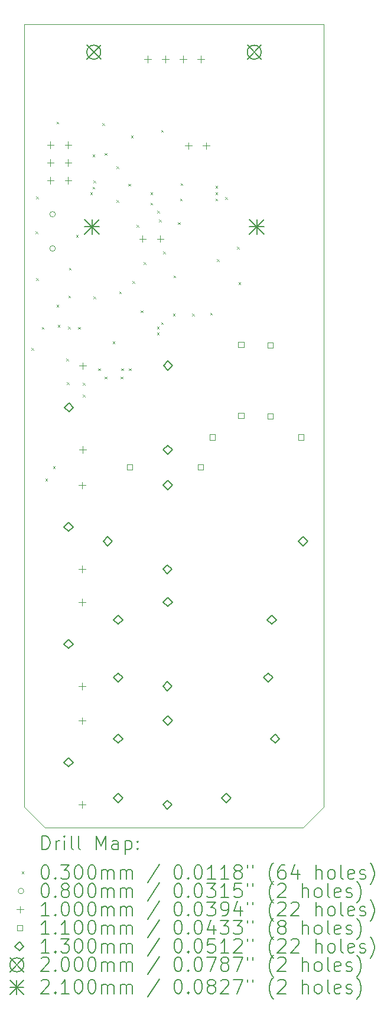
<source format=gbr>
%TF.GenerationSoftware,KiCad,Pcbnew,8.0.8-8.0.8-0~ubuntu24.04.1*%
%TF.CreationDate,2025-03-19T16:13:19+01:00*%
%TF.ProjectId,teaser,74656173-6572-42e6-9b69-6361645f7063,rev?*%
%TF.SameCoordinates,Original*%
%TF.FileFunction,Drillmap*%
%TF.FilePolarity,Positive*%
%FSLAX45Y45*%
G04 Gerber Fmt 4.5, Leading zero omitted, Abs format (unit mm)*
G04 Created by KiCad (PCBNEW 8.0.8-8.0.8-0~ubuntu24.04.1) date 2025-03-19 16:13:19*
%MOMM*%
%LPD*%
G01*
G04 APERTURE LIST*
%ADD10C,0.050000*%
%ADD11C,0.200000*%
%ADD12C,0.100000*%
%ADD13C,0.110000*%
%ADD14C,0.130000*%
%ADD15C,0.210000*%
G04 APERTURE END LIST*
D10*
X12100000Y-14750000D02*
X12100000Y-6450000D01*
X12400000Y-15850000D02*
X12100000Y-15550000D01*
X12100000Y-6450000D02*
X12100000Y-4350000D01*
X16100000Y-15850000D02*
X16400000Y-15550000D01*
X12100000Y-14750000D02*
X12100000Y-15550000D01*
X16400000Y-15550000D02*
X16400000Y-6950000D01*
X12400000Y-15850000D02*
X16100000Y-15850000D01*
X16400000Y-6950000D02*
X16400000Y-4350000D01*
X12100000Y-4350000D02*
X16400000Y-4350000D01*
D11*
D12*
X12205000Y-8985000D02*
X12235000Y-9015000D01*
X12235000Y-8985000D02*
X12205000Y-9015000D01*
X12265000Y-7315000D02*
X12295000Y-7345000D01*
X12295000Y-7315000D02*
X12265000Y-7345000D01*
X12275000Y-6815000D02*
X12305000Y-6845000D01*
X12305000Y-6815000D02*
X12275000Y-6845000D01*
X12275000Y-7985000D02*
X12305000Y-8015000D01*
X12305000Y-7985000D02*
X12275000Y-8015000D01*
X12355000Y-8685000D02*
X12385000Y-8715000D01*
X12385000Y-8685000D02*
X12355000Y-8715000D01*
X12405000Y-10855000D02*
X12435000Y-10885000D01*
X12435000Y-10855000D02*
X12405000Y-10885000D01*
X12515000Y-10675000D02*
X12545000Y-10705000D01*
X12545000Y-10675000D02*
X12515000Y-10705000D01*
X12565000Y-5745000D02*
X12595000Y-5775000D01*
X12595000Y-5745000D02*
X12565000Y-5775000D01*
X12565000Y-8365000D02*
X12595000Y-8395000D01*
X12595000Y-8365000D02*
X12565000Y-8395000D01*
X12585000Y-8655000D02*
X12615000Y-8685000D01*
X12615000Y-8655000D02*
X12585000Y-8685000D01*
X12705000Y-9135000D02*
X12735000Y-9165000D01*
X12735000Y-9135000D02*
X12705000Y-9165000D01*
X12715000Y-9475000D02*
X12745000Y-9505000D01*
X12745000Y-9475000D02*
X12715000Y-9505000D01*
X12730000Y-8680000D02*
X12760000Y-8710000D01*
X12760000Y-8680000D02*
X12730000Y-8710000D01*
X12735000Y-8235000D02*
X12765000Y-8265000D01*
X12765000Y-8235000D02*
X12735000Y-8265000D01*
X12745000Y-7835000D02*
X12775000Y-7865000D01*
X12775000Y-7835000D02*
X12745000Y-7865000D01*
X12845000Y-7365000D02*
X12875000Y-7395000D01*
X12875000Y-7365000D02*
X12845000Y-7395000D01*
X12875000Y-8685000D02*
X12905000Y-8715000D01*
X12905000Y-8685000D02*
X12875000Y-8715000D01*
X12945000Y-9485000D02*
X12975000Y-9515000D01*
X12975000Y-9485000D02*
X12945000Y-9515000D01*
X12945000Y-9655000D02*
X12975000Y-9685000D01*
X12975000Y-9655000D02*
X12945000Y-9685000D01*
X13048316Y-6758316D02*
X13078316Y-6788316D01*
X13078316Y-6758316D02*
X13048316Y-6788316D01*
X13085000Y-6215000D02*
X13115000Y-6245000D01*
X13115000Y-6215000D02*
X13085000Y-6245000D01*
X13085000Y-6675000D02*
X13115000Y-6705000D01*
X13115000Y-6675000D02*
X13085000Y-6705000D01*
X13094600Y-6589600D02*
X13124600Y-6619600D01*
X13124600Y-6589600D02*
X13094600Y-6619600D01*
X13095000Y-8245000D02*
X13125000Y-8275000D01*
X13125000Y-8245000D02*
X13095000Y-8275000D01*
X13165000Y-9275000D02*
X13195000Y-9305000D01*
X13195000Y-9275000D02*
X13165000Y-9305000D01*
X13225000Y-5765000D02*
X13255000Y-5795000D01*
X13255000Y-5765000D02*
X13225000Y-5795000D01*
X13255000Y-6195000D02*
X13285000Y-6225000D01*
X13285000Y-6195000D02*
X13255000Y-6225000D01*
X13255000Y-9395000D02*
X13285000Y-9425000D01*
X13285000Y-9395000D02*
X13255000Y-9425000D01*
X13372500Y-8892500D02*
X13402500Y-8922500D01*
X13402500Y-8892500D02*
X13372500Y-8922500D01*
X13425000Y-6385000D02*
X13455000Y-6415000D01*
X13455000Y-6385000D02*
X13425000Y-6415000D01*
X13425000Y-6865000D02*
X13455000Y-6895000D01*
X13455000Y-6865000D02*
X13425000Y-6895000D01*
X13465000Y-8175000D02*
X13495000Y-8205000D01*
X13495000Y-8175000D02*
X13465000Y-8205000D01*
X13485000Y-9395000D02*
X13515000Y-9425000D01*
X13515000Y-9395000D02*
X13485000Y-9425000D01*
X13495000Y-9275000D02*
X13525000Y-9305000D01*
X13525000Y-9275000D02*
X13495000Y-9305000D01*
X13595000Y-6635000D02*
X13625000Y-6665000D01*
X13625000Y-6635000D02*
X13595000Y-6665000D01*
X13605000Y-9275000D02*
X13635000Y-9305000D01*
X13635000Y-9275000D02*
X13605000Y-9305000D01*
X13635000Y-5945000D02*
X13665000Y-5975000D01*
X13665000Y-5945000D02*
X13635000Y-5975000D01*
X13655000Y-8025000D02*
X13685000Y-8055000D01*
X13685000Y-8025000D02*
X13655000Y-8055000D01*
X13715000Y-7225000D02*
X13745000Y-7255000D01*
X13745000Y-7225000D02*
X13715000Y-7255000D01*
X13775000Y-8445000D02*
X13805000Y-8475000D01*
X13805000Y-8445000D02*
X13775000Y-8475000D01*
X13815000Y-7755000D02*
X13845000Y-7785000D01*
X13845000Y-7755000D02*
X13815000Y-7785000D01*
X13915000Y-6755000D02*
X13945000Y-6785000D01*
X13945000Y-6755000D02*
X13915000Y-6785000D01*
X13915000Y-6905000D02*
X13945000Y-6935000D01*
X13945000Y-6905000D02*
X13915000Y-6935000D01*
X14005000Y-8680810D02*
X14035000Y-8710810D01*
X14035000Y-8680810D02*
X14005000Y-8710810D01*
X14005000Y-8765000D02*
X14035000Y-8795000D01*
X14035000Y-8765000D02*
X14005000Y-8795000D01*
X14010000Y-7020000D02*
X14040000Y-7050000D01*
X14040000Y-7020000D02*
X14010000Y-7050000D01*
X14035000Y-7145000D02*
X14065000Y-7175000D01*
X14065000Y-7145000D02*
X14035000Y-7175000D01*
X14065000Y-5865000D02*
X14095000Y-5895000D01*
X14095000Y-5865000D02*
X14065000Y-5895000D01*
X14065000Y-8616000D02*
X14095000Y-8646000D01*
X14095000Y-8616000D02*
X14065000Y-8646000D01*
X14095000Y-7605000D02*
X14125000Y-7635000D01*
X14125000Y-7605000D02*
X14095000Y-7635000D01*
X14235000Y-8495000D02*
X14265000Y-8525000D01*
X14265000Y-8495000D02*
X14235000Y-8525000D01*
X14245000Y-7945000D02*
X14275000Y-7975000D01*
X14275000Y-7945000D02*
X14245000Y-7975000D01*
X14305000Y-7185000D02*
X14335000Y-7215000D01*
X14335000Y-7185000D02*
X14305000Y-7215000D01*
X14335000Y-6845000D02*
X14365000Y-6875000D01*
X14365000Y-6845000D02*
X14335000Y-6875000D01*
X14345000Y-6625000D02*
X14375000Y-6655000D01*
X14375000Y-6625000D02*
X14345000Y-6655000D01*
X14510000Y-8495000D02*
X14540000Y-8525000D01*
X14540000Y-8495000D02*
X14510000Y-8525000D01*
X14770000Y-8480000D02*
X14800000Y-8510000D01*
X14800000Y-8480000D02*
X14770000Y-8510000D01*
X14845000Y-6665000D02*
X14875000Y-6695000D01*
X14875000Y-6665000D02*
X14845000Y-6695000D01*
X14845000Y-6755000D02*
X14875000Y-6785000D01*
X14875000Y-6755000D02*
X14845000Y-6785000D01*
X14845000Y-6845000D02*
X14875000Y-6875000D01*
X14875000Y-6845000D02*
X14845000Y-6875000D01*
X14865000Y-7715000D02*
X14895000Y-7745000D01*
X14895000Y-7715000D02*
X14865000Y-7745000D01*
X14985000Y-6825000D02*
X15015000Y-6855000D01*
X15015000Y-6825000D02*
X14985000Y-6855000D01*
X15155000Y-7535000D02*
X15185000Y-7565000D01*
X15185000Y-7535000D02*
X15155000Y-7565000D01*
X15175000Y-8045000D02*
X15205000Y-8075000D01*
X15205000Y-8045000D02*
X15175000Y-8075000D01*
X12550000Y-7070000D02*
G75*
G02*
X12470000Y-7070000I-40000J0D01*
G01*
X12470000Y-7070000D02*
G75*
G02*
X12550000Y-7070000I40000J0D01*
G01*
X12550000Y-7558000D02*
G75*
G02*
X12470000Y-7558000I-40000J0D01*
G01*
X12470000Y-7558000D02*
G75*
G02*
X12550000Y-7558000I40000J0D01*
G01*
X12480000Y-6026000D02*
X12480000Y-6126000D01*
X12430000Y-6076000D02*
X12530000Y-6076000D01*
X12480000Y-6280000D02*
X12480000Y-6380000D01*
X12430000Y-6330000D02*
X12530000Y-6330000D01*
X12480000Y-6534000D02*
X12480000Y-6634000D01*
X12430000Y-6584000D02*
X12530000Y-6584000D01*
X12734000Y-6026000D02*
X12734000Y-6126000D01*
X12684000Y-6076000D02*
X12784000Y-6076000D01*
X12734000Y-6280000D02*
X12734000Y-6380000D01*
X12684000Y-6330000D02*
X12784000Y-6330000D01*
X12734000Y-6534000D02*
X12734000Y-6634000D01*
X12684000Y-6584000D02*
X12784000Y-6584000D01*
X12935000Y-10900000D02*
X12935000Y-11000000D01*
X12885000Y-10950000D02*
X12985000Y-10950000D01*
X12935000Y-12100000D02*
X12935000Y-12200000D01*
X12885000Y-12150000D02*
X12985000Y-12150000D01*
X12935000Y-12575000D02*
X12935000Y-12675000D01*
X12885000Y-12625000D02*
X12985000Y-12625000D01*
X12935000Y-13775000D02*
X12935000Y-13875000D01*
X12885000Y-13825000D02*
X12985000Y-13825000D01*
X12935000Y-14270000D02*
X12935000Y-14370000D01*
X12885000Y-14320000D02*
X12985000Y-14320000D01*
X12935000Y-15470000D02*
X12935000Y-15570000D01*
X12885000Y-15520000D02*
X12985000Y-15520000D01*
X12940000Y-9190000D02*
X12940000Y-9290000D01*
X12890000Y-9240000D02*
X12990000Y-9240000D01*
X12940000Y-10390000D02*
X12940000Y-10490000D01*
X12890000Y-10440000D02*
X12990000Y-10440000D01*
X13801000Y-7370000D02*
X13801000Y-7470000D01*
X13751000Y-7420000D02*
X13851000Y-7420000D01*
X13876000Y-4800000D02*
X13876000Y-4900000D01*
X13826000Y-4850000D02*
X13926000Y-4850000D01*
X14055000Y-7370000D02*
X14055000Y-7470000D01*
X14005000Y-7420000D02*
X14105000Y-7420000D01*
X14130000Y-4800000D02*
X14130000Y-4900000D01*
X14080000Y-4850000D02*
X14180000Y-4850000D01*
X14384000Y-4800000D02*
X14384000Y-4900000D01*
X14334000Y-4850000D02*
X14434000Y-4850000D01*
X14460000Y-6040000D02*
X14460000Y-6140000D01*
X14410000Y-6090000D02*
X14510000Y-6090000D01*
X14638000Y-4800000D02*
X14638000Y-4900000D01*
X14588000Y-4850000D02*
X14688000Y-4850000D01*
X14714000Y-6040000D02*
X14714000Y-6140000D01*
X14664000Y-6090000D02*
X14764000Y-6090000D01*
D13*
X13652891Y-10728891D02*
X13652891Y-10651109D01*
X13575109Y-10651109D01*
X13575109Y-10728891D01*
X13652891Y-10728891D01*
X14668891Y-10728891D02*
X14668891Y-10651109D01*
X14591109Y-10651109D01*
X14591109Y-10728891D01*
X14668891Y-10728891D01*
X14838891Y-10298891D02*
X14838891Y-10221109D01*
X14761109Y-10221109D01*
X14761109Y-10298891D01*
X14838891Y-10298891D01*
X15248891Y-8972891D02*
X15248891Y-8895109D01*
X15171109Y-8895109D01*
X15171109Y-8972891D01*
X15248891Y-8972891D01*
X15248891Y-9988891D02*
X15248891Y-9911109D01*
X15171109Y-9911109D01*
X15171109Y-9988891D01*
X15248891Y-9988891D01*
X15668891Y-8980891D02*
X15668891Y-8903109D01*
X15591109Y-8903109D01*
X15591109Y-8980891D01*
X15668891Y-8980891D01*
X15668891Y-9996891D02*
X15668891Y-9919109D01*
X15591109Y-9919109D01*
X15591109Y-9996891D01*
X15668891Y-9996891D01*
X16108891Y-10298891D02*
X16108891Y-10221109D01*
X16031109Y-10221109D01*
X16031109Y-10298891D01*
X16108891Y-10298891D01*
D14*
X12740000Y-11610000D02*
X12805000Y-11545000D01*
X12740000Y-11480000D01*
X12675000Y-11545000D01*
X12740000Y-11610000D01*
X12740000Y-13285000D02*
X12805000Y-13220000D01*
X12740000Y-13155000D01*
X12675000Y-13220000D01*
X12740000Y-13285000D01*
X12740000Y-14980000D02*
X12805000Y-14915000D01*
X12740000Y-14850000D01*
X12675000Y-14915000D01*
X12740000Y-14980000D01*
X12745000Y-9900000D02*
X12810000Y-9835000D01*
X12745000Y-9770000D01*
X12680000Y-9835000D01*
X12745000Y-9900000D01*
X13300000Y-11815000D02*
X13365000Y-11750000D01*
X13300000Y-11685000D01*
X13235000Y-11750000D01*
X13300000Y-11815000D01*
X13450000Y-12940000D02*
X13515000Y-12875000D01*
X13450000Y-12810000D01*
X13385000Y-12875000D01*
X13450000Y-12940000D01*
X13450000Y-13765000D02*
X13515000Y-13700000D01*
X13450000Y-13635000D01*
X13385000Y-13700000D01*
X13450000Y-13765000D01*
X13450000Y-14640000D02*
X13515000Y-14575000D01*
X13450000Y-14510000D01*
X13385000Y-14575000D01*
X13450000Y-14640000D01*
X13450000Y-15490000D02*
X13515000Y-15425000D01*
X13450000Y-15360000D01*
X13385000Y-15425000D01*
X13450000Y-15490000D01*
X14155000Y-12215000D02*
X14220000Y-12150000D01*
X14155000Y-12085000D01*
X14090000Y-12150000D01*
X14155000Y-12215000D01*
X14155000Y-13890000D02*
X14220000Y-13825000D01*
X14155000Y-13760000D01*
X14090000Y-13825000D01*
X14155000Y-13890000D01*
X14155000Y-15585000D02*
X14220000Y-15520000D01*
X14155000Y-15455000D01*
X14090000Y-15520000D01*
X14155000Y-15585000D01*
X14160000Y-10505000D02*
X14225000Y-10440000D01*
X14160000Y-10375000D01*
X14095000Y-10440000D01*
X14160000Y-10505000D01*
X14160000Y-11010000D02*
X14225000Y-10945000D01*
X14160000Y-10880000D01*
X14095000Y-10945000D01*
X14160000Y-11010000D01*
X14160000Y-12685000D02*
X14225000Y-12620000D01*
X14160000Y-12555000D01*
X14095000Y-12620000D01*
X14160000Y-12685000D01*
X14160000Y-14380000D02*
X14225000Y-14315000D01*
X14160000Y-14250000D01*
X14095000Y-14315000D01*
X14160000Y-14380000D01*
X14165000Y-9300000D02*
X14230000Y-9235000D01*
X14165000Y-9170000D01*
X14100000Y-9235000D01*
X14165000Y-9300000D01*
X15000000Y-15490000D02*
X15065000Y-15425000D01*
X15000000Y-15360000D01*
X14935000Y-15425000D01*
X15000000Y-15490000D01*
X15600000Y-13765000D02*
X15665000Y-13700000D01*
X15600000Y-13635000D01*
X15535000Y-13700000D01*
X15600000Y-13765000D01*
X15650000Y-12940000D02*
X15715000Y-12875000D01*
X15650000Y-12810000D01*
X15585000Y-12875000D01*
X15650000Y-12940000D01*
X15700000Y-14640000D02*
X15765000Y-14575000D01*
X15700000Y-14510000D01*
X15635000Y-14575000D01*
X15700000Y-14640000D01*
X16100000Y-11815000D02*
X16165000Y-11750000D01*
X16100000Y-11685000D01*
X16035000Y-11750000D01*
X16100000Y-11815000D01*
D11*
X13000000Y-4650000D02*
X13200000Y-4850000D01*
X13200000Y-4650000D02*
X13000000Y-4850000D01*
X13200000Y-4750000D02*
G75*
G02*
X13000000Y-4750000I-100000J0D01*
G01*
X13000000Y-4750000D02*
G75*
G02*
X13200000Y-4750000I100000J0D01*
G01*
X15300000Y-4650000D02*
X15500000Y-4850000D01*
X15500000Y-4650000D02*
X15300000Y-4850000D01*
X15500000Y-4750000D02*
G75*
G02*
X15300000Y-4750000I-100000J0D01*
G01*
X15300000Y-4750000D02*
G75*
G02*
X15500000Y-4750000I100000J0D01*
G01*
D15*
X12971000Y-7145000D02*
X13181000Y-7355000D01*
X13181000Y-7145000D02*
X12971000Y-7355000D01*
X13076000Y-7145000D02*
X13076000Y-7355000D01*
X12971000Y-7250000D02*
X13181000Y-7250000D01*
X15331000Y-7145000D02*
X15541000Y-7355000D01*
X15541000Y-7145000D02*
X15331000Y-7355000D01*
X15436000Y-7145000D02*
X15436000Y-7355000D01*
X15331000Y-7250000D02*
X15541000Y-7250000D01*
D11*
X12358277Y-16163984D02*
X12358277Y-15963984D01*
X12358277Y-15963984D02*
X12405896Y-15963984D01*
X12405896Y-15963984D02*
X12434467Y-15973508D01*
X12434467Y-15973508D02*
X12453515Y-15992555D01*
X12453515Y-15992555D02*
X12463039Y-16011603D01*
X12463039Y-16011603D02*
X12472562Y-16049698D01*
X12472562Y-16049698D02*
X12472562Y-16078269D01*
X12472562Y-16078269D02*
X12463039Y-16116365D01*
X12463039Y-16116365D02*
X12453515Y-16135412D01*
X12453515Y-16135412D02*
X12434467Y-16154460D01*
X12434467Y-16154460D02*
X12405896Y-16163984D01*
X12405896Y-16163984D02*
X12358277Y-16163984D01*
X12558277Y-16163984D02*
X12558277Y-16030650D01*
X12558277Y-16068746D02*
X12567801Y-16049698D01*
X12567801Y-16049698D02*
X12577324Y-16040174D01*
X12577324Y-16040174D02*
X12596372Y-16030650D01*
X12596372Y-16030650D02*
X12615420Y-16030650D01*
X12682086Y-16163984D02*
X12682086Y-16030650D01*
X12682086Y-15963984D02*
X12672562Y-15973508D01*
X12672562Y-15973508D02*
X12682086Y-15983031D01*
X12682086Y-15983031D02*
X12691610Y-15973508D01*
X12691610Y-15973508D02*
X12682086Y-15963984D01*
X12682086Y-15963984D02*
X12682086Y-15983031D01*
X12805896Y-16163984D02*
X12786848Y-16154460D01*
X12786848Y-16154460D02*
X12777324Y-16135412D01*
X12777324Y-16135412D02*
X12777324Y-15963984D01*
X12910658Y-16163984D02*
X12891610Y-16154460D01*
X12891610Y-16154460D02*
X12882086Y-16135412D01*
X12882086Y-16135412D02*
X12882086Y-15963984D01*
X13139229Y-16163984D02*
X13139229Y-15963984D01*
X13139229Y-15963984D02*
X13205896Y-16106841D01*
X13205896Y-16106841D02*
X13272562Y-15963984D01*
X13272562Y-15963984D02*
X13272562Y-16163984D01*
X13453515Y-16163984D02*
X13453515Y-16059222D01*
X13453515Y-16059222D02*
X13443991Y-16040174D01*
X13443991Y-16040174D02*
X13424943Y-16030650D01*
X13424943Y-16030650D02*
X13386848Y-16030650D01*
X13386848Y-16030650D02*
X13367801Y-16040174D01*
X13453515Y-16154460D02*
X13434467Y-16163984D01*
X13434467Y-16163984D02*
X13386848Y-16163984D01*
X13386848Y-16163984D02*
X13367801Y-16154460D01*
X13367801Y-16154460D02*
X13358277Y-16135412D01*
X13358277Y-16135412D02*
X13358277Y-16116365D01*
X13358277Y-16116365D02*
X13367801Y-16097317D01*
X13367801Y-16097317D02*
X13386848Y-16087793D01*
X13386848Y-16087793D02*
X13434467Y-16087793D01*
X13434467Y-16087793D02*
X13453515Y-16078269D01*
X13548753Y-16030650D02*
X13548753Y-16230650D01*
X13548753Y-16040174D02*
X13567801Y-16030650D01*
X13567801Y-16030650D02*
X13605896Y-16030650D01*
X13605896Y-16030650D02*
X13624943Y-16040174D01*
X13624943Y-16040174D02*
X13634467Y-16049698D01*
X13634467Y-16049698D02*
X13643991Y-16068746D01*
X13643991Y-16068746D02*
X13643991Y-16125888D01*
X13643991Y-16125888D02*
X13634467Y-16144936D01*
X13634467Y-16144936D02*
X13624943Y-16154460D01*
X13624943Y-16154460D02*
X13605896Y-16163984D01*
X13605896Y-16163984D02*
X13567801Y-16163984D01*
X13567801Y-16163984D02*
X13548753Y-16154460D01*
X13729705Y-16144936D02*
X13739229Y-16154460D01*
X13739229Y-16154460D02*
X13729705Y-16163984D01*
X13729705Y-16163984D02*
X13720182Y-16154460D01*
X13720182Y-16154460D02*
X13729705Y-16144936D01*
X13729705Y-16144936D02*
X13729705Y-16163984D01*
X13729705Y-16040174D02*
X13739229Y-16049698D01*
X13739229Y-16049698D02*
X13729705Y-16059222D01*
X13729705Y-16059222D02*
X13720182Y-16049698D01*
X13720182Y-16049698D02*
X13729705Y-16040174D01*
X13729705Y-16040174D02*
X13729705Y-16059222D01*
D12*
X12067500Y-16477500D02*
X12097500Y-16507500D01*
X12097500Y-16477500D02*
X12067500Y-16507500D01*
D11*
X12396372Y-16383984D02*
X12415420Y-16383984D01*
X12415420Y-16383984D02*
X12434467Y-16393508D01*
X12434467Y-16393508D02*
X12443991Y-16403031D01*
X12443991Y-16403031D02*
X12453515Y-16422079D01*
X12453515Y-16422079D02*
X12463039Y-16460174D01*
X12463039Y-16460174D02*
X12463039Y-16507793D01*
X12463039Y-16507793D02*
X12453515Y-16545888D01*
X12453515Y-16545888D02*
X12443991Y-16564936D01*
X12443991Y-16564936D02*
X12434467Y-16574460D01*
X12434467Y-16574460D02*
X12415420Y-16583984D01*
X12415420Y-16583984D02*
X12396372Y-16583984D01*
X12396372Y-16583984D02*
X12377324Y-16574460D01*
X12377324Y-16574460D02*
X12367801Y-16564936D01*
X12367801Y-16564936D02*
X12358277Y-16545888D01*
X12358277Y-16545888D02*
X12348753Y-16507793D01*
X12348753Y-16507793D02*
X12348753Y-16460174D01*
X12348753Y-16460174D02*
X12358277Y-16422079D01*
X12358277Y-16422079D02*
X12367801Y-16403031D01*
X12367801Y-16403031D02*
X12377324Y-16393508D01*
X12377324Y-16393508D02*
X12396372Y-16383984D01*
X12548753Y-16564936D02*
X12558277Y-16574460D01*
X12558277Y-16574460D02*
X12548753Y-16583984D01*
X12548753Y-16583984D02*
X12539229Y-16574460D01*
X12539229Y-16574460D02*
X12548753Y-16564936D01*
X12548753Y-16564936D02*
X12548753Y-16583984D01*
X12624943Y-16383984D02*
X12748753Y-16383984D01*
X12748753Y-16383984D02*
X12682086Y-16460174D01*
X12682086Y-16460174D02*
X12710658Y-16460174D01*
X12710658Y-16460174D02*
X12729705Y-16469698D01*
X12729705Y-16469698D02*
X12739229Y-16479222D01*
X12739229Y-16479222D02*
X12748753Y-16498269D01*
X12748753Y-16498269D02*
X12748753Y-16545888D01*
X12748753Y-16545888D02*
X12739229Y-16564936D01*
X12739229Y-16564936D02*
X12729705Y-16574460D01*
X12729705Y-16574460D02*
X12710658Y-16583984D01*
X12710658Y-16583984D02*
X12653515Y-16583984D01*
X12653515Y-16583984D02*
X12634467Y-16574460D01*
X12634467Y-16574460D02*
X12624943Y-16564936D01*
X12872562Y-16383984D02*
X12891610Y-16383984D01*
X12891610Y-16383984D02*
X12910658Y-16393508D01*
X12910658Y-16393508D02*
X12920182Y-16403031D01*
X12920182Y-16403031D02*
X12929705Y-16422079D01*
X12929705Y-16422079D02*
X12939229Y-16460174D01*
X12939229Y-16460174D02*
X12939229Y-16507793D01*
X12939229Y-16507793D02*
X12929705Y-16545888D01*
X12929705Y-16545888D02*
X12920182Y-16564936D01*
X12920182Y-16564936D02*
X12910658Y-16574460D01*
X12910658Y-16574460D02*
X12891610Y-16583984D01*
X12891610Y-16583984D02*
X12872562Y-16583984D01*
X12872562Y-16583984D02*
X12853515Y-16574460D01*
X12853515Y-16574460D02*
X12843991Y-16564936D01*
X12843991Y-16564936D02*
X12834467Y-16545888D01*
X12834467Y-16545888D02*
X12824943Y-16507793D01*
X12824943Y-16507793D02*
X12824943Y-16460174D01*
X12824943Y-16460174D02*
X12834467Y-16422079D01*
X12834467Y-16422079D02*
X12843991Y-16403031D01*
X12843991Y-16403031D02*
X12853515Y-16393508D01*
X12853515Y-16393508D02*
X12872562Y-16383984D01*
X13063039Y-16383984D02*
X13082086Y-16383984D01*
X13082086Y-16383984D02*
X13101134Y-16393508D01*
X13101134Y-16393508D02*
X13110658Y-16403031D01*
X13110658Y-16403031D02*
X13120182Y-16422079D01*
X13120182Y-16422079D02*
X13129705Y-16460174D01*
X13129705Y-16460174D02*
X13129705Y-16507793D01*
X13129705Y-16507793D02*
X13120182Y-16545888D01*
X13120182Y-16545888D02*
X13110658Y-16564936D01*
X13110658Y-16564936D02*
X13101134Y-16574460D01*
X13101134Y-16574460D02*
X13082086Y-16583984D01*
X13082086Y-16583984D02*
X13063039Y-16583984D01*
X13063039Y-16583984D02*
X13043991Y-16574460D01*
X13043991Y-16574460D02*
X13034467Y-16564936D01*
X13034467Y-16564936D02*
X13024943Y-16545888D01*
X13024943Y-16545888D02*
X13015420Y-16507793D01*
X13015420Y-16507793D02*
X13015420Y-16460174D01*
X13015420Y-16460174D02*
X13024943Y-16422079D01*
X13024943Y-16422079D02*
X13034467Y-16403031D01*
X13034467Y-16403031D02*
X13043991Y-16393508D01*
X13043991Y-16393508D02*
X13063039Y-16383984D01*
X13215420Y-16583984D02*
X13215420Y-16450650D01*
X13215420Y-16469698D02*
X13224943Y-16460174D01*
X13224943Y-16460174D02*
X13243991Y-16450650D01*
X13243991Y-16450650D02*
X13272563Y-16450650D01*
X13272563Y-16450650D02*
X13291610Y-16460174D01*
X13291610Y-16460174D02*
X13301134Y-16479222D01*
X13301134Y-16479222D02*
X13301134Y-16583984D01*
X13301134Y-16479222D02*
X13310658Y-16460174D01*
X13310658Y-16460174D02*
X13329705Y-16450650D01*
X13329705Y-16450650D02*
X13358277Y-16450650D01*
X13358277Y-16450650D02*
X13377324Y-16460174D01*
X13377324Y-16460174D02*
X13386848Y-16479222D01*
X13386848Y-16479222D02*
X13386848Y-16583984D01*
X13482086Y-16583984D02*
X13482086Y-16450650D01*
X13482086Y-16469698D02*
X13491610Y-16460174D01*
X13491610Y-16460174D02*
X13510658Y-16450650D01*
X13510658Y-16450650D02*
X13539229Y-16450650D01*
X13539229Y-16450650D02*
X13558277Y-16460174D01*
X13558277Y-16460174D02*
X13567801Y-16479222D01*
X13567801Y-16479222D02*
X13567801Y-16583984D01*
X13567801Y-16479222D02*
X13577324Y-16460174D01*
X13577324Y-16460174D02*
X13596372Y-16450650D01*
X13596372Y-16450650D02*
X13624943Y-16450650D01*
X13624943Y-16450650D02*
X13643991Y-16460174D01*
X13643991Y-16460174D02*
X13653515Y-16479222D01*
X13653515Y-16479222D02*
X13653515Y-16583984D01*
X14043991Y-16374460D02*
X13872563Y-16631603D01*
X14301134Y-16383984D02*
X14320182Y-16383984D01*
X14320182Y-16383984D02*
X14339229Y-16393508D01*
X14339229Y-16393508D02*
X14348753Y-16403031D01*
X14348753Y-16403031D02*
X14358277Y-16422079D01*
X14358277Y-16422079D02*
X14367801Y-16460174D01*
X14367801Y-16460174D02*
X14367801Y-16507793D01*
X14367801Y-16507793D02*
X14358277Y-16545888D01*
X14358277Y-16545888D02*
X14348753Y-16564936D01*
X14348753Y-16564936D02*
X14339229Y-16574460D01*
X14339229Y-16574460D02*
X14320182Y-16583984D01*
X14320182Y-16583984D02*
X14301134Y-16583984D01*
X14301134Y-16583984D02*
X14282086Y-16574460D01*
X14282086Y-16574460D02*
X14272563Y-16564936D01*
X14272563Y-16564936D02*
X14263039Y-16545888D01*
X14263039Y-16545888D02*
X14253515Y-16507793D01*
X14253515Y-16507793D02*
X14253515Y-16460174D01*
X14253515Y-16460174D02*
X14263039Y-16422079D01*
X14263039Y-16422079D02*
X14272563Y-16403031D01*
X14272563Y-16403031D02*
X14282086Y-16393508D01*
X14282086Y-16393508D02*
X14301134Y-16383984D01*
X14453515Y-16564936D02*
X14463039Y-16574460D01*
X14463039Y-16574460D02*
X14453515Y-16583984D01*
X14453515Y-16583984D02*
X14443991Y-16574460D01*
X14443991Y-16574460D02*
X14453515Y-16564936D01*
X14453515Y-16564936D02*
X14453515Y-16583984D01*
X14586848Y-16383984D02*
X14605896Y-16383984D01*
X14605896Y-16383984D02*
X14624944Y-16393508D01*
X14624944Y-16393508D02*
X14634467Y-16403031D01*
X14634467Y-16403031D02*
X14643991Y-16422079D01*
X14643991Y-16422079D02*
X14653515Y-16460174D01*
X14653515Y-16460174D02*
X14653515Y-16507793D01*
X14653515Y-16507793D02*
X14643991Y-16545888D01*
X14643991Y-16545888D02*
X14634467Y-16564936D01*
X14634467Y-16564936D02*
X14624944Y-16574460D01*
X14624944Y-16574460D02*
X14605896Y-16583984D01*
X14605896Y-16583984D02*
X14586848Y-16583984D01*
X14586848Y-16583984D02*
X14567801Y-16574460D01*
X14567801Y-16574460D02*
X14558277Y-16564936D01*
X14558277Y-16564936D02*
X14548753Y-16545888D01*
X14548753Y-16545888D02*
X14539229Y-16507793D01*
X14539229Y-16507793D02*
X14539229Y-16460174D01*
X14539229Y-16460174D02*
X14548753Y-16422079D01*
X14548753Y-16422079D02*
X14558277Y-16403031D01*
X14558277Y-16403031D02*
X14567801Y-16393508D01*
X14567801Y-16393508D02*
X14586848Y-16383984D01*
X14843991Y-16583984D02*
X14729706Y-16583984D01*
X14786848Y-16583984D02*
X14786848Y-16383984D01*
X14786848Y-16383984D02*
X14767801Y-16412555D01*
X14767801Y-16412555D02*
X14748753Y-16431603D01*
X14748753Y-16431603D02*
X14729706Y-16441127D01*
X15034467Y-16583984D02*
X14920182Y-16583984D01*
X14977325Y-16583984D02*
X14977325Y-16383984D01*
X14977325Y-16383984D02*
X14958277Y-16412555D01*
X14958277Y-16412555D02*
X14939229Y-16431603D01*
X14939229Y-16431603D02*
X14920182Y-16441127D01*
X15148753Y-16469698D02*
X15129706Y-16460174D01*
X15129706Y-16460174D02*
X15120182Y-16450650D01*
X15120182Y-16450650D02*
X15110658Y-16431603D01*
X15110658Y-16431603D02*
X15110658Y-16422079D01*
X15110658Y-16422079D02*
X15120182Y-16403031D01*
X15120182Y-16403031D02*
X15129706Y-16393508D01*
X15129706Y-16393508D02*
X15148753Y-16383984D01*
X15148753Y-16383984D02*
X15186848Y-16383984D01*
X15186848Y-16383984D02*
X15205896Y-16393508D01*
X15205896Y-16393508D02*
X15215420Y-16403031D01*
X15215420Y-16403031D02*
X15224944Y-16422079D01*
X15224944Y-16422079D02*
X15224944Y-16431603D01*
X15224944Y-16431603D02*
X15215420Y-16450650D01*
X15215420Y-16450650D02*
X15205896Y-16460174D01*
X15205896Y-16460174D02*
X15186848Y-16469698D01*
X15186848Y-16469698D02*
X15148753Y-16469698D01*
X15148753Y-16469698D02*
X15129706Y-16479222D01*
X15129706Y-16479222D02*
X15120182Y-16488746D01*
X15120182Y-16488746D02*
X15110658Y-16507793D01*
X15110658Y-16507793D02*
X15110658Y-16545888D01*
X15110658Y-16545888D02*
X15120182Y-16564936D01*
X15120182Y-16564936D02*
X15129706Y-16574460D01*
X15129706Y-16574460D02*
X15148753Y-16583984D01*
X15148753Y-16583984D02*
X15186848Y-16583984D01*
X15186848Y-16583984D02*
X15205896Y-16574460D01*
X15205896Y-16574460D02*
X15215420Y-16564936D01*
X15215420Y-16564936D02*
X15224944Y-16545888D01*
X15224944Y-16545888D02*
X15224944Y-16507793D01*
X15224944Y-16507793D02*
X15215420Y-16488746D01*
X15215420Y-16488746D02*
X15205896Y-16479222D01*
X15205896Y-16479222D02*
X15186848Y-16469698D01*
X15301134Y-16383984D02*
X15301134Y-16422079D01*
X15377325Y-16383984D02*
X15377325Y-16422079D01*
X15672563Y-16660174D02*
X15663039Y-16650650D01*
X15663039Y-16650650D02*
X15643991Y-16622079D01*
X15643991Y-16622079D02*
X15634468Y-16603031D01*
X15634468Y-16603031D02*
X15624944Y-16574460D01*
X15624944Y-16574460D02*
X15615420Y-16526841D01*
X15615420Y-16526841D02*
X15615420Y-16488746D01*
X15615420Y-16488746D02*
X15624944Y-16441127D01*
X15624944Y-16441127D02*
X15634468Y-16412555D01*
X15634468Y-16412555D02*
X15643991Y-16393508D01*
X15643991Y-16393508D02*
X15663039Y-16364936D01*
X15663039Y-16364936D02*
X15672563Y-16355412D01*
X15834468Y-16383984D02*
X15796372Y-16383984D01*
X15796372Y-16383984D02*
X15777325Y-16393508D01*
X15777325Y-16393508D02*
X15767801Y-16403031D01*
X15767801Y-16403031D02*
X15748753Y-16431603D01*
X15748753Y-16431603D02*
X15739229Y-16469698D01*
X15739229Y-16469698D02*
X15739229Y-16545888D01*
X15739229Y-16545888D02*
X15748753Y-16564936D01*
X15748753Y-16564936D02*
X15758277Y-16574460D01*
X15758277Y-16574460D02*
X15777325Y-16583984D01*
X15777325Y-16583984D02*
X15815420Y-16583984D01*
X15815420Y-16583984D02*
X15834468Y-16574460D01*
X15834468Y-16574460D02*
X15843991Y-16564936D01*
X15843991Y-16564936D02*
X15853515Y-16545888D01*
X15853515Y-16545888D02*
X15853515Y-16498269D01*
X15853515Y-16498269D02*
X15843991Y-16479222D01*
X15843991Y-16479222D02*
X15834468Y-16469698D01*
X15834468Y-16469698D02*
X15815420Y-16460174D01*
X15815420Y-16460174D02*
X15777325Y-16460174D01*
X15777325Y-16460174D02*
X15758277Y-16469698D01*
X15758277Y-16469698D02*
X15748753Y-16479222D01*
X15748753Y-16479222D02*
X15739229Y-16498269D01*
X16024944Y-16450650D02*
X16024944Y-16583984D01*
X15977325Y-16374460D02*
X15929706Y-16517317D01*
X15929706Y-16517317D02*
X16053515Y-16517317D01*
X16282087Y-16583984D02*
X16282087Y-16383984D01*
X16367801Y-16583984D02*
X16367801Y-16479222D01*
X16367801Y-16479222D02*
X16358277Y-16460174D01*
X16358277Y-16460174D02*
X16339230Y-16450650D01*
X16339230Y-16450650D02*
X16310658Y-16450650D01*
X16310658Y-16450650D02*
X16291610Y-16460174D01*
X16291610Y-16460174D02*
X16282087Y-16469698D01*
X16491610Y-16583984D02*
X16472563Y-16574460D01*
X16472563Y-16574460D02*
X16463039Y-16564936D01*
X16463039Y-16564936D02*
X16453515Y-16545888D01*
X16453515Y-16545888D02*
X16453515Y-16488746D01*
X16453515Y-16488746D02*
X16463039Y-16469698D01*
X16463039Y-16469698D02*
X16472563Y-16460174D01*
X16472563Y-16460174D02*
X16491610Y-16450650D01*
X16491610Y-16450650D02*
X16520182Y-16450650D01*
X16520182Y-16450650D02*
X16539230Y-16460174D01*
X16539230Y-16460174D02*
X16548753Y-16469698D01*
X16548753Y-16469698D02*
X16558277Y-16488746D01*
X16558277Y-16488746D02*
X16558277Y-16545888D01*
X16558277Y-16545888D02*
X16548753Y-16564936D01*
X16548753Y-16564936D02*
X16539230Y-16574460D01*
X16539230Y-16574460D02*
X16520182Y-16583984D01*
X16520182Y-16583984D02*
X16491610Y-16583984D01*
X16672563Y-16583984D02*
X16653515Y-16574460D01*
X16653515Y-16574460D02*
X16643991Y-16555412D01*
X16643991Y-16555412D02*
X16643991Y-16383984D01*
X16824944Y-16574460D02*
X16805896Y-16583984D01*
X16805896Y-16583984D02*
X16767801Y-16583984D01*
X16767801Y-16583984D02*
X16748753Y-16574460D01*
X16748753Y-16574460D02*
X16739230Y-16555412D01*
X16739230Y-16555412D02*
X16739230Y-16479222D01*
X16739230Y-16479222D02*
X16748753Y-16460174D01*
X16748753Y-16460174D02*
X16767801Y-16450650D01*
X16767801Y-16450650D02*
X16805896Y-16450650D01*
X16805896Y-16450650D02*
X16824944Y-16460174D01*
X16824944Y-16460174D02*
X16834468Y-16479222D01*
X16834468Y-16479222D02*
X16834468Y-16498269D01*
X16834468Y-16498269D02*
X16739230Y-16517317D01*
X16910658Y-16574460D02*
X16929706Y-16583984D01*
X16929706Y-16583984D02*
X16967801Y-16583984D01*
X16967801Y-16583984D02*
X16986849Y-16574460D01*
X16986849Y-16574460D02*
X16996373Y-16555412D01*
X16996373Y-16555412D02*
X16996373Y-16545888D01*
X16996373Y-16545888D02*
X16986849Y-16526841D01*
X16986849Y-16526841D02*
X16967801Y-16517317D01*
X16967801Y-16517317D02*
X16939230Y-16517317D01*
X16939230Y-16517317D02*
X16920182Y-16507793D01*
X16920182Y-16507793D02*
X16910658Y-16488746D01*
X16910658Y-16488746D02*
X16910658Y-16479222D01*
X16910658Y-16479222D02*
X16920182Y-16460174D01*
X16920182Y-16460174D02*
X16939230Y-16450650D01*
X16939230Y-16450650D02*
X16967801Y-16450650D01*
X16967801Y-16450650D02*
X16986849Y-16460174D01*
X17063039Y-16660174D02*
X17072563Y-16650650D01*
X17072563Y-16650650D02*
X17091611Y-16622079D01*
X17091611Y-16622079D02*
X17101134Y-16603031D01*
X17101134Y-16603031D02*
X17110658Y-16574460D01*
X17110658Y-16574460D02*
X17120182Y-16526841D01*
X17120182Y-16526841D02*
X17120182Y-16488746D01*
X17120182Y-16488746D02*
X17110658Y-16441127D01*
X17110658Y-16441127D02*
X17101134Y-16412555D01*
X17101134Y-16412555D02*
X17091611Y-16393508D01*
X17091611Y-16393508D02*
X17072563Y-16364936D01*
X17072563Y-16364936D02*
X17063039Y-16355412D01*
D12*
X12097500Y-16756500D02*
G75*
G02*
X12017500Y-16756500I-40000J0D01*
G01*
X12017500Y-16756500D02*
G75*
G02*
X12097500Y-16756500I40000J0D01*
G01*
D11*
X12396372Y-16647984D02*
X12415420Y-16647984D01*
X12415420Y-16647984D02*
X12434467Y-16657508D01*
X12434467Y-16657508D02*
X12443991Y-16667031D01*
X12443991Y-16667031D02*
X12453515Y-16686079D01*
X12453515Y-16686079D02*
X12463039Y-16724174D01*
X12463039Y-16724174D02*
X12463039Y-16771793D01*
X12463039Y-16771793D02*
X12453515Y-16809889D01*
X12453515Y-16809889D02*
X12443991Y-16828936D01*
X12443991Y-16828936D02*
X12434467Y-16838460D01*
X12434467Y-16838460D02*
X12415420Y-16847984D01*
X12415420Y-16847984D02*
X12396372Y-16847984D01*
X12396372Y-16847984D02*
X12377324Y-16838460D01*
X12377324Y-16838460D02*
X12367801Y-16828936D01*
X12367801Y-16828936D02*
X12358277Y-16809889D01*
X12358277Y-16809889D02*
X12348753Y-16771793D01*
X12348753Y-16771793D02*
X12348753Y-16724174D01*
X12348753Y-16724174D02*
X12358277Y-16686079D01*
X12358277Y-16686079D02*
X12367801Y-16667031D01*
X12367801Y-16667031D02*
X12377324Y-16657508D01*
X12377324Y-16657508D02*
X12396372Y-16647984D01*
X12548753Y-16828936D02*
X12558277Y-16838460D01*
X12558277Y-16838460D02*
X12548753Y-16847984D01*
X12548753Y-16847984D02*
X12539229Y-16838460D01*
X12539229Y-16838460D02*
X12548753Y-16828936D01*
X12548753Y-16828936D02*
X12548753Y-16847984D01*
X12672562Y-16733698D02*
X12653515Y-16724174D01*
X12653515Y-16724174D02*
X12643991Y-16714650D01*
X12643991Y-16714650D02*
X12634467Y-16695603D01*
X12634467Y-16695603D02*
X12634467Y-16686079D01*
X12634467Y-16686079D02*
X12643991Y-16667031D01*
X12643991Y-16667031D02*
X12653515Y-16657508D01*
X12653515Y-16657508D02*
X12672562Y-16647984D01*
X12672562Y-16647984D02*
X12710658Y-16647984D01*
X12710658Y-16647984D02*
X12729705Y-16657508D01*
X12729705Y-16657508D02*
X12739229Y-16667031D01*
X12739229Y-16667031D02*
X12748753Y-16686079D01*
X12748753Y-16686079D02*
X12748753Y-16695603D01*
X12748753Y-16695603D02*
X12739229Y-16714650D01*
X12739229Y-16714650D02*
X12729705Y-16724174D01*
X12729705Y-16724174D02*
X12710658Y-16733698D01*
X12710658Y-16733698D02*
X12672562Y-16733698D01*
X12672562Y-16733698D02*
X12653515Y-16743222D01*
X12653515Y-16743222D02*
X12643991Y-16752746D01*
X12643991Y-16752746D02*
X12634467Y-16771793D01*
X12634467Y-16771793D02*
X12634467Y-16809889D01*
X12634467Y-16809889D02*
X12643991Y-16828936D01*
X12643991Y-16828936D02*
X12653515Y-16838460D01*
X12653515Y-16838460D02*
X12672562Y-16847984D01*
X12672562Y-16847984D02*
X12710658Y-16847984D01*
X12710658Y-16847984D02*
X12729705Y-16838460D01*
X12729705Y-16838460D02*
X12739229Y-16828936D01*
X12739229Y-16828936D02*
X12748753Y-16809889D01*
X12748753Y-16809889D02*
X12748753Y-16771793D01*
X12748753Y-16771793D02*
X12739229Y-16752746D01*
X12739229Y-16752746D02*
X12729705Y-16743222D01*
X12729705Y-16743222D02*
X12710658Y-16733698D01*
X12872562Y-16647984D02*
X12891610Y-16647984D01*
X12891610Y-16647984D02*
X12910658Y-16657508D01*
X12910658Y-16657508D02*
X12920182Y-16667031D01*
X12920182Y-16667031D02*
X12929705Y-16686079D01*
X12929705Y-16686079D02*
X12939229Y-16724174D01*
X12939229Y-16724174D02*
X12939229Y-16771793D01*
X12939229Y-16771793D02*
X12929705Y-16809889D01*
X12929705Y-16809889D02*
X12920182Y-16828936D01*
X12920182Y-16828936D02*
X12910658Y-16838460D01*
X12910658Y-16838460D02*
X12891610Y-16847984D01*
X12891610Y-16847984D02*
X12872562Y-16847984D01*
X12872562Y-16847984D02*
X12853515Y-16838460D01*
X12853515Y-16838460D02*
X12843991Y-16828936D01*
X12843991Y-16828936D02*
X12834467Y-16809889D01*
X12834467Y-16809889D02*
X12824943Y-16771793D01*
X12824943Y-16771793D02*
X12824943Y-16724174D01*
X12824943Y-16724174D02*
X12834467Y-16686079D01*
X12834467Y-16686079D02*
X12843991Y-16667031D01*
X12843991Y-16667031D02*
X12853515Y-16657508D01*
X12853515Y-16657508D02*
X12872562Y-16647984D01*
X13063039Y-16647984D02*
X13082086Y-16647984D01*
X13082086Y-16647984D02*
X13101134Y-16657508D01*
X13101134Y-16657508D02*
X13110658Y-16667031D01*
X13110658Y-16667031D02*
X13120182Y-16686079D01*
X13120182Y-16686079D02*
X13129705Y-16724174D01*
X13129705Y-16724174D02*
X13129705Y-16771793D01*
X13129705Y-16771793D02*
X13120182Y-16809889D01*
X13120182Y-16809889D02*
X13110658Y-16828936D01*
X13110658Y-16828936D02*
X13101134Y-16838460D01*
X13101134Y-16838460D02*
X13082086Y-16847984D01*
X13082086Y-16847984D02*
X13063039Y-16847984D01*
X13063039Y-16847984D02*
X13043991Y-16838460D01*
X13043991Y-16838460D02*
X13034467Y-16828936D01*
X13034467Y-16828936D02*
X13024943Y-16809889D01*
X13024943Y-16809889D02*
X13015420Y-16771793D01*
X13015420Y-16771793D02*
X13015420Y-16724174D01*
X13015420Y-16724174D02*
X13024943Y-16686079D01*
X13024943Y-16686079D02*
X13034467Y-16667031D01*
X13034467Y-16667031D02*
X13043991Y-16657508D01*
X13043991Y-16657508D02*
X13063039Y-16647984D01*
X13215420Y-16847984D02*
X13215420Y-16714650D01*
X13215420Y-16733698D02*
X13224943Y-16724174D01*
X13224943Y-16724174D02*
X13243991Y-16714650D01*
X13243991Y-16714650D02*
X13272563Y-16714650D01*
X13272563Y-16714650D02*
X13291610Y-16724174D01*
X13291610Y-16724174D02*
X13301134Y-16743222D01*
X13301134Y-16743222D02*
X13301134Y-16847984D01*
X13301134Y-16743222D02*
X13310658Y-16724174D01*
X13310658Y-16724174D02*
X13329705Y-16714650D01*
X13329705Y-16714650D02*
X13358277Y-16714650D01*
X13358277Y-16714650D02*
X13377324Y-16724174D01*
X13377324Y-16724174D02*
X13386848Y-16743222D01*
X13386848Y-16743222D02*
X13386848Y-16847984D01*
X13482086Y-16847984D02*
X13482086Y-16714650D01*
X13482086Y-16733698D02*
X13491610Y-16724174D01*
X13491610Y-16724174D02*
X13510658Y-16714650D01*
X13510658Y-16714650D02*
X13539229Y-16714650D01*
X13539229Y-16714650D02*
X13558277Y-16724174D01*
X13558277Y-16724174D02*
X13567801Y-16743222D01*
X13567801Y-16743222D02*
X13567801Y-16847984D01*
X13567801Y-16743222D02*
X13577324Y-16724174D01*
X13577324Y-16724174D02*
X13596372Y-16714650D01*
X13596372Y-16714650D02*
X13624943Y-16714650D01*
X13624943Y-16714650D02*
X13643991Y-16724174D01*
X13643991Y-16724174D02*
X13653515Y-16743222D01*
X13653515Y-16743222D02*
X13653515Y-16847984D01*
X14043991Y-16638460D02*
X13872563Y-16895603D01*
X14301134Y-16647984D02*
X14320182Y-16647984D01*
X14320182Y-16647984D02*
X14339229Y-16657508D01*
X14339229Y-16657508D02*
X14348753Y-16667031D01*
X14348753Y-16667031D02*
X14358277Y-16686079D01*
X14358277Y-16686079D02*
X14367801Y-16724174D01*
X14367801Y-16724174D02*
X14367801Y-16771793D01*
X14367801Y-16771793D02*
X14358277Y-16809889D01*
X14358277Y-16809889D02*
X14348753Y-16828936D01*
X14348753Y-16828936D02*
X14339229Y-16838460D01*
X14339229Y-16838460D02*
X14320182Y-16847984D01*
X14320182Y-16847984D02*
X14301134Y-16847984D01*
X14301134Y-16847984D02*
X14282086Y-16838460D01*
X14282086Y-16838460D02*
X14272563Y-16828936D01*
X14272563Y-16828936D02*
X14263039Y-16809889D01*
X14263039Y-16809889D02*
X14253515Y-16771793D01*
X14253515Y-16771793D02*
X14253515Y-16724174D01*
X14253515Y-16724174D02*
X14263039Y-16686079D01*
X14263039Y-16686079D02*
X14272563Y-16667031D01*
X14272563Y-16667031D02*
X14282086Y-16657508D01*
X14282086Y-16657508D02*
X14301134Y-16647984D01*
X14453515Y-16828936D02*
X14463039Y-16838460D01*
X14463039Y-16838460D02*
X14453515Y-16847984D01*
X14453515Y-16847984D02*
X14443991Y-16838460D01*
X14443991Y-16838460D02*
X14453515Y-16828936D01*
X14453515Y-16828936D02*
X14453515Y-16847984D01*
X14586848Y-16647984D02*
X14605896Y-16647984D01*
X14605896Y-16647984D02*
X14624944Y-16657508D01*
X14624944Y-16657508D02*
X14634467Y-16667031D01*
X14634467Y-16667031D02*
X14643991Y-16686079D01*
X14643991Y-16686079D02*
X14653515Y-16724174D01*
X14653515Y-16724174D02*
X14653515Y-16771793D01*
X14653515Y-16771793D02*
X14643991Y-16809889D01*
X14643991Y-16809889D02*
X14634467Y-16828936D01*
X14634467Y-16828936D02*
X14624944Y-16838460D01*
X14624944Y-16838460D02*
X14605896Y-16847984D01*
X14605896Y-16847984D02*
X14586848Y-16847984D01*
X14586848Y-16847984D02*
X14567801Y-16838460D01*
X14567801Y-16838460D02*
X14558277Y-16828936D01*
X14558277Y-16828936D02*
X14548753Y-16809889D01*
X14548753Y-16809889D02*
X14539229Y-16771793D01*
X14539229Y-16771793D02*
X14539229Y-16724174D01*
X14539229Y-16724174D02*
X14548753Y-16686079D01*
X14548753Y-16686079D02*
X14558277Y-16667031D01*
X14558277Y-16667031D02*
X14567801Y-16657508D01*
X14567801Y-16657508D02*
X14586848Y-16647984D01*
X14720182Y-16647984D02*
X14843991Y-16647984D01*
X14843991Y-16647984D02*
X14777325Y-16724174D01*
X14777325Y-16724174D02*
X14805896Y-16724174D01*
X14805896Y-16724174D02*
X14824944Y-16733698D01*
X14824944Y-16733698D02*
X14834467Y-16743222D01*
X14834467Y-16743222D02*
X14843991Y-16762269D01*
X14843991Y-16762269D02*
X14843991Y-16809889D01*
X14843991Y-16809889D02*
X14834467Y-16828936D01*
X14834467Y-16828936D02*
X14824944Y-16838460D01*
X14824944Y-16838460D02*
X14805896Y-16847984D01*
X14805896Y-16847984D02*
X14748753Y-16847984D01*
X14748753Y-16847984D02*
X14729706Y-16838460D01*
X14729706Y-16838460D02*
X14720182Y-16828936D01*
X15034467Y-16847984D02*
X14920182Y-16847984D01*
X14977325Y-16847984D02*
X14977325Y-16647984D01*
X14977325Y-16647984D02*
X14958277Y-16676555D01*
X14958277Y-16676555D02*
X14939229Y-16695603D01*
X14939229Y-16695603D02*
X14920182Y-16705127D01*
X15215420Y-16647984D02*
X15120182Y-16647984D01*
X15120182Y-16647984D02*
X15110658Y-16743222D01*
X15110658Y-16743222D02*
X15120182Y-16733698D01*
X15120182Y-16733698D02*
X15139229Y-16724174D01*
X15139229Y-16724174D02*
X15186848Y-16724174D01*
X15186848Y-16724174D02*
X15205896Y-16733698D01*
X15205896Y-16733698D02*
X15215420Y-16743222D01*
X15215420Y-16743222D02*
X15224944Y-16762269D01*
X15224944Y-16762269D02*
X15224944Y-16809889D01*
X15224944Y-16809889D02*
X15215420Y-16828936D01*
X15215420Y-16828936D02*
X15205896Y-16838460D01*
X15205896Y-16838460D02*
X15186848Y-16847984D01*
X15186848Y-16847984D02*
X15139229Y-16847984D01*
X15139229Y-16847984D02*
X15120182Y-16838460D01*
X15120182Y-16838460D02*
X15110658Y-16828936D01*
X15301134Y-16647984D02*
X15301134Y-16686079D01*
X15377325Y-16647984D02*
X15377325Y-16686079D01*
X15672563Y-16924174D02*
X15663039Y-16914650D01*
X15663039Y-16914650D02*
X15643991Y-16886079D01*
X15643991Y-16886079D02*
X15634468Y-16867031D01*
X15634468Y-16867031D02*
X15624944Y-16838460D01*
X15624944Y-16838460D02*
X15615420Y-16790841D01*
X15615420Y-16790841D02*
X15615420Y-16752746D01*
X15615420Y-16752746D02*
X15624944Y-16705127D01*
X15624944Y-16705127D02*
X15634468Y-16676555D01*
X15634468Y-16676555D02*
X15643991Y-16657508D01*
X15643991Y-16657508D02*
X15663039Y-16628936D01*
X15663039Y-16628936D02*
X15672563Y-16619412D01*
X15739229Y-16667031D02*
X15748753Y-16657508D01*
X15748753Y-16657508D02*
X15767801Y-16647984D01*
X15767801Y-16647984D02*
X15815420Y-16647984D01*
X15815420Y-16647984D02*
X15834468Y-16657508D01*
X15834468Y-16657508D02*
X15843991Y-16667031D01*
X15843991Y-16667031D02*
X15853515Y-16686079D01*
X15853515Y-16686079D02*
X15853515Y-16705127D01*
X15853515Y-16705127D02*
X15843991Y-16733698D01*
X15843991Y-16733698D02*
X15729706Y-16847984D01*
X15729706Y-16847984D02*
X15853515Y-16847984D01*
X16091610Y-16847984D02*
X16091610Y-16647984D01*
X16177325Y-16847984D02*
X16177325Y-16743222D01*
X16177325Y-16743222D02*
X16167801Y-16724174D01*
X16167801Y-16724174D02*
X16148753Y-16714650D01*
X16148753Y-16714650D02*
X16120182Y-16714650D01*
X16120182Y-16714650D02*
X16101134Y-16724174D01*
X16101134Y-16724174D02*
X16091610Y-16733698D01*
X16301134Y-16847984D02*
X16282087Y-16838460D01*
X16282087Y-16838460D02*
X16272563Y-16828936D01*
X16272563Y-16828936D02*
X16263039Y-16809889D01*
X16263039Y-16809889D02*
X16263039Y-16752746D01*
X16263039Y-16752746D02*
X16272563Y-16733698D01*
X16272563Y-16733698D02*
X16282087Y-16724174D01*
X16282087Y-16724174D02*
X16301134Y-16714650D01*
X16301134Y-16714650D02*
X16329706Y-16714650D01*
X16329706Y-16714650D02*
X16348753Y-16724174D01*
X16348753Y-16724174D02*
X16358277Y-16733698D01*
X16358277Y-16733698D02*
X16367801Y-16752746D01*
X16367801Y-16752746D02*
X16367801Y-16809889D01*
X16367801Y-16809889D02*
X16358277Y-16828936D01*
X16358277Y-16828936D02*
X16348753Y-16838460D01*
X16348753Y-16838460D02*
X16329706Y-16847984D01*
X16329706Y-16847984D02*
X16301134Y-16847984D01*
X16482087Y-16847984D02*
X16463039Y-16838460D01*
X16463039Y-16838460D02*
X16453515Y-16819412D01*
X16453515Y-16819412D02*
X16453515Y-16647984D01*
X16634468Y-16838460D02*
X16615420Y-16847984D01*
X16615420Y-16847984D02*
X16577325Y-16847984D01*
X16577325Y-16847984D02*
X16558277Y-16838460D01*
X16558277Y-16838460D02*
X16548753Y-16819412D01*
X16548753Y-16819412D02*
X16548753Y-16743222D01*
X16548753Y-16743222D02*
X16558277Y-16724174D01*
X16558277Y-16724174D02*
X16577325Y-16714650D01*
X16577325Y-16714650D02*
X16615420Y-16714650D01*
X16615420Y-16714650D02*
X16634468Y-16724174D01*
X16634468Y-16724174D02*
X16643991Y-16743222D01*
X16643991Y-16743222D02*
X16643991Y-16762269D01*
X16643991Y-16762269D02*
X16548753Y-16781317D01*
X16720182Y-16838460D02*
X16739230Y-16847984D01*
X16739230Y-16847984D02*
X16777325Y-16847984D01*
X16777325Y-16847984D02*
X16796373Y-16838460D01*
X16796373Y-16838460D02*
X16805896Y-16819412D01*
X16805896Y-16819412D02*
X16805896Y-16809889D01*
X16805896Y-16809889D02*
X16796373Y-16790841D01*
X16796373Y-16790841D02*
X16777325Y-16781317D01*
X16777325Y-16781317D02*
X16748753Y-16781317D01*
X16748753Y-16781317D02*
X16729706Y-16771793D01*
X16729706Y-16771793D02*
X16720182Y-16752746D01*
X16720182Y-16752746D02*
X16720182Y-16743222D01*
X16720182Y-16743222D02*
X16729706Y-16724174D01*
X16729706Y-16724174D02*
X16748753Y-16714650D01*
X16748753Y-16714650D02*
X16777325Y-16714650D01*
X16777325Y-16714650D02*
X16796373Y-16724174D01*
X16872563Y-16924174D02*
X16882087Y-16914650D01*
X16882087Y-16914650D02*
X16901134Y-16886079D01*
X16901134Y-16886079D02*
X16910658Y-16867031D01*
X16910658Y-16867031D02*
X16920182Y-16838460D01*
X16920182Y-16838460D02*
X16929706Y-16790841D01*
X16929706Y-16790841D02*
X16929706Y-16752746D01*
X16929706Y-16752746D02*
X16920182Y-16705127D01*
X16920182Y-16705127D02*
X16910658Y-16676555D01*
X16910658Y-16676555D02*
X16901134Y-16657508D01*
X16901134Y-16657508D02*
X16882087Y-16628936D01*
X16882087Y-16628936D02*
X16872563Y-16619412D01*
D12*
X12047500Y-16970500D02*
X12047500Y-17070500D01*
X11997500Y-17020500D02*
X12097500Y-17020500D01*
D11*
X12463039Y-17111984D02*
X12348753Y-17111984D01*
X12405896Y-17111984D02*
X12405896Y-16911984D01*
X12405896Y-16911984D02*
X12386848Y-16940555D01*
X12386848Y-16940555D02*
X12367801Y-16959603D01*
X12367801Y-16959603D02*
X12348753Y-16969127D01*
X12548753Y-17092936D02*
X12558277Y-17102460D01*
X12558277Y-17102460D02*
X12548753Y-17111984D01*
X12548753Y-17111984D02*
X12539229Y-17102460D01*
X12539229Y-17102460D02*
X12548753Y-17092936D01*
X12548753Y-17092936D02*
X12548753Y-17111984D01*
X12682086Y-16911984D02*
X12701134Y-16911984D01*
X12701134Y-16911984D02*
X12720182Y-16921508D01*
X12720182Y-16921508D02*
X12729705Y-16931031D01*
X12729705Y-16931031D02*
X12739229Y-16950079D01*
X12739229Y-16950079D02*
X12748753Y-16988174D01*
X12748753Y-16988174D02*
X12748753Y-17035793D01*
X12748753Y-17035793D02*
X12739229Y-17073889D01*
X12739229Y-17073889D02*
X12729705Y-17092936D01*
X12729705Y-17092936D02*
X12720182Y-17102460D01*
X12720182Y-17102460D02*
X12701134Y-17111984D01*
X12701134Y-17111984D02*
X12682086Y-17111984D01*
X12682086Y-17111984D02*
X12663039Y-17102460D01*
X12663039Y-17102460D02*
X12653515Y-17092936D01*
X12653515Y-17092936D02*
X12643991Y-17073889D01*
X12643991Y-17073889D02*
X12634467Y-17035793D01*
X12634467Y-17035793D02*
X12634467Y-16988174D01*
X12634467Y-16988174D02*
X12643991Y-16950079D01*
X12643991Y-16950079D02*
X12653515Y-16931031D01*
X12653515Y-16931031D02*
X12663039Y-16921508D01*
X12663039Y-16921508D02*
X12682086Y-16911984D01*
X12872562Y-16911984D02*
X12891610Y-16911984D01*
X12891610Y-16911984D02*
X12910658Y-16921508D01*
X12910658Y-16921508D02*
X12920182Y-16931031D01*
X12920182Y-16931031D02*
X12929705Y-16950079D01*
X12929705Y-16950079D02*
X12939229Y-16988174D01*
X12939229Y-16988174D02*
X12939229Y-17035793D01*
X12939229Y-17035793D02*
X12929705Y-17073889D01*
X12929705Y-17073889D02*
X12920182Y-17092936D01*
X12920182Y-17092936D02*
X12910658Y-17102460D01*
X12910658Y-17102460D02*
X12891610Y-17111984D01*
X12891610Y-17111984D02*
X12872562Y-17111984D01*
X12872562Y-17111984D02*
X12853515Y-17102460D01*
X12853515Y-17102460D02*
X12843991Y-17092936D01*
X12843991Y-17092936D02*
X12834467Y-17073889D01*
X12834467Y-17073889D02*
X12824943Y-17035793D01*
X12824943Y-17035793D02*
X12824943Y-16988174D01*
X12824943Y-16988174D02*
X12834467Y-16950079D01*
X12834467Y-16950079D02*
X12843991Y-16931031D01*
X12843991Y-16931031D02*
X12853515Y-16921508D01*
X12853515Y-16921508D02*
X12872562Y-16911984D01*
X13063039Y-16911984D02*
X13082086Y-16911984D01*
X13082086Y-16911984D02*
X13101134Y-16921508D01*
X13101134Y-16921508D02*
X13110658Y-16931031D01*
X13110658Y-16931031D02*
X13120182Y-16950079D01*
X13120182Y-16950079D02*
X13129705Y-16988174D01*
X13129705Y-16988174D02*
X13129705Y-17035793D01*
X13129705Y-17035793D02*
X13120182Y-17073889D01*
X13120182Y-17073889D02*
X13110658Y-17092936D01*
X13110658Y-17092936D02*
X13101134Y-17102460D01*
X13101134Y-17102460D02*
X13082086Y-17111984D01*
X13082086Y-17111984D02*
X13063039Y-17111984D01*
X13063039Y-17111984D02*
X13043991Y-17102460D01*
X13043991Y-17102460D02*
X13034467Y-17092936D01*
X13034467Y-17092936D02*
X13024943Y-17073889D01*
X13024943Y-17073889D02*
X13015420Y-17035793D01*
X13015420Y-17035793D02*
X13015420Y-16988174D01*
X13015420Y-16988174D02*
X13024943Y-16950079D01*
X13024943Y-16950079D02*
X13034467Y-16931031D01*
X13034467Y-16931031D02*
X13043991Y-16921508D01*
X13043991Y-16921508D02*
X13063039Y-16911984D01*
X13215420Y-17111984D02*
X13215420Y-16978650D01*
X13215420Y-16997698D02*
X13224943Y-16988174D01*
X13224943Y-16988174D02*
X13243991Y-16978650D01*
X13243991Y-16978650D02*
X13272563Y-16978650D01*
X13272563Y-16978650D02*
X13291610Y-16988174D01*
X13291610Y-16988174D02*
X13301134Y-17007222D01*
X13301134Y-17007222D02*
X13301134Y-17111984D01*
X13301134Y-17007222D02*
X13310658Y-16988174D01*
X13310658Y-16988174D02*
X13329705Y-16978650D01*
X13329705Y-16978650D02*
X13358277Y-16978650D01*
X13358277Y-16978650D02*
X13377324Y-16988174D01*
X13377324Y-16988174D02*
X13386848Y-17007222D01*
X13386848Y-17007222D02*
X13386848Y-17111984D01*
X13482086Y-17111984D02*
X13482086Y-16978650D01*
X13482086Y-16997698D02*
X13491610Y-16988174D01*
X13491610Y-16988174D02*
X13510658Y-16978650D01*
X13510658Y-16978650D02*
X13539229Y-16978650D01*
X13539229Y-16978650D02*
X13558277Y-16988174D01*
X13558277Y-16988174D02*
X13567801Y-17007222D01*
X13567801Y-17007222D02*
X13567801Y-17111984D01*
X13567801Y-17007222D02*
X13577324Y-16988174D01*
X13577324Y-16988174D02*
X13596372Y-16978650D01*
X13596372Y-16978650D02*
X13624943Y-16978650D01*
X13624943Y-16978650D02*
X13643991Y-16988174D01*
X13643991Y-16988174D02*
X13653515Y-17007222D01*
X13653515Y-17007222D02*
X13653515Y-17111984D01*
X14043991Y-16902460D02*
X13872563Y-17159603D01*
X14301134Y-16911984D02*
X14320182Y-16911984D01*
X14320182Y-16911984D02*
X14339229Y-16921508D01*
X14339229Y-16921508D02*
X14348753Y-16931031D01*
X14348753Y-16931031D02*
X14358277Y-16950079D01*
X14358277Y-16950079D02*
X14367801Y-16988174D01*
X14367801Y-16988174D02*
X14367801Y-17035793D01*
X14367801Y-17035793D02*
X14358277Y-17073889D01*
X14358277Y-17073889D02*
X14348753Y-17092936D01*
X14348753Y-17092936D02*
X14339229Y-17102460D01*
X14339229Y-17102460D02*
X14320182Y-17111984D01*
X14320182Y-17111984D02*
X14301134Y-17111984D01*
X14301134Y-17111984D02*
X14282086Y-17102460D01*
X14282086Y-17102460D02*
X14272563Y-17092936D01*
X14272563Y-17092936D02*
X14263039Y-17073889D01*
X14263039Y-17073889D02*
X14253515Y-17035793D01*
X14253515Y-17035793D02*
X14253515Y-16988174D01*
X14253515Y-16988174D02*
X14263039Y-16950079D01*
X14263039Y-16950079D02*
X14272563Y-16931031D01*
X14272563Y-16931031D02*
X14282086Y-16921508D01*
X14282086Y-16921508D02*
X14301134Y-16911984D01*
X14453515Y-17092936D02*
X14463039Y-17102460D01*
X14463039Y-17102460D02*
X14453515Y-17111984D01*
X14453515Y-17111984D02*
X14443991Y-17102460D01*
X14443991Y-17102460D02*
X14453515Y-17092936D01*
X14453515Y-17092936D02*
X14453515Y-17111984D01*
X14586848Y-16911984D02*
X14605896Y-16911984D01*
X14605896Y-16911984D02*
X14624944Y-16921508D01*
X14624944Y-16921508D02*
X14634467Y-16931031D01*
X14634467Y-16931031D02*
X14643991Y-16950079D01*
X14643991Y-16950079D02*
X14653515Y-16988174D01*
X14653515Y-16988174D02*
X14653515Y-17035793D01*
X14653515Y-17035793D02*
X14643991Y-17073889D01*
X14643991Y-17073889D02*
X14634467Y-17092936D01*
X14634467Y-17092936D02*
X14624944Y-17102460D01*
X14624944Y-17102460D02*
X14605896Y-17111984D01*
X14605896Y-17111984D02*
X14586848Y-17111984D01*
X14586848Y-17111984D02*
X14567801Y-17102460D01*
X14567801Y-17102460D02*
X14558277Y-17092936D01*
X14558277Y-17092936D02*
X14548753Y-17073889D01*
X14548753Y-17073889D02*
X14539229Y-17035793D01*
X14539229Y-17035793D02*
X14539229Y-16988174D01*
X14539229Y-16988174D02*
X14548753Y-16950079D01*
X14548753Y-16950079D02*
X14558277Y-16931031D01*
X14558277Y-16931031D02*
X14567801Y-16921508D01*
X14567801Y-16921508D02*
X14586848Y-16911984D01*
X14720182Y-16911984D02*
X14843991Y-16911984D01*
X14843991Y-16911984D02*
X14777325Y-16988174D01*
X14777325Y-16988174D02*
X14805896Y-16988174D01*
X14805896Y-16988174D02*
X14824944Y-16997698D01*
X14824944Y-16997698D02*
X14834467Y-17007222D01*
X14834467Y-17007222D02*
X14843991Y-17026270D01*
X14843991Y-17026270D02*
X14843991Y-17073889D01*
X14843991Y-17073889D02*
X14834467Y-17092936D01*
X14834467Y-17092936D02*
X14824944Y-17102460D01*
X14824944Y-17102460D02*
X14805896Y-17111984D01*
X14805896Y-17111984D02*
X14748753Y-17111984D01*
X14748753Y-17111984D02*
X14729706Y-17102460D01*
X14729706Y-17102460D02*
X14720182Y-17092936D01*
X14939229Y-17111984D02*
X14977325Y-17111984D01*
X14977325Y-17111984D02*
X14996372Y-17102460D01*
X14996372Y-17102460D02*
X15005896Y-17092936D01*
X15005896Y-17092936D02*
X15024944Y-17064365D01*
X15024944Y-17064365D02*
X15034467Y-17026270D01*
X15034467Y-17026270D02*
X15034467Y-16950079D01*
X15034467Y-16950079D02*
X15024944Y-16931031D01*
X15024944Y-16931031D02*
X15015420Y-16921508D01*
X15015420Y-16921508D02*
X14996372Y-16911984D01*
X14996372Y-16911984D02*
X14958277Y-16911984D01*
X14958277Y-16911984D02*
X14939229Y-16921508D01*
X14939229Y-16921508D02*
X14929706Y-16931031D01*
X14929706Y-16931031D02*
X14920182Y-16950079D01*
X14920182Y-16950079D02*
X14920182Y-16997698D01*
X14920182Y-16997698D02*
X14929706Y-17016746D01*
X14929706Y-17016746D02*
X14939229Y-17026270D01*
X14939229Y-17026270D02*
X14958277Y-17035793D01*
X14958277Y-17035793D02*
X14996372Y-17035793D01*
X14996372Y-17035793D02*
X15015420Y-17026270D01*
X15015420Y-17026270D02*
X15024944Y-17016746D01*
X15024944Y-17016746D02*
X15034467Y-16997698D01*
X15205896Y-16978650D02*
X15205896Y-17111984D01*
X15158277Y-16902460D02*
X15110658Y-17045317D01*
X15110658Y-17045317D02*
X15234467Y-17045317D01*
X15301134Y-16911984D02*
X15301134Y-16950079D01*
X15377325Y-16911984D02*
X15377325Y-16950079D01*
X15672563Y-17188174D02*
X15663039Y-17178650D01*
X15663039Y-17178650D02*
X15643991Y-17150079D01*
X15643991Y-17150079D02*
X15634468Y-17131031D01*
X15634468Y-17131031D02*
X15624944Y-17102460D01*
X15624944Y-17102460D02*
X15615420Y-17054841D01*
X15615420Y-17054841D02*
X15615420Y-17016746D01*
X15615420Y-17016746D02*
X15624944Y-16969127D01*
X15624944Y-16969127D02*
X15634468Y-16940555D01*
X15634468Y-16940555D02*
X15643991Y-16921508D01*
X15643991Y-16921508D02*
X15663039Y-16892936D01*
X15663039Y-16892936D02*
X15672563Y-16883412D01*
X15739229Y-16931031D02*
X15748753Y-16921508D01*
X15748753Y-16921508D02*
X15767801Y-16911984D01*
X15767801Y-16911984D02*
X15815420Y-16911984D01*
X15815420Y-16911984D02*
X15834468Y-16921508D01*
X15834468Y-16921508D02*
X15843991Y-16931031D01*
X15843991Y-16931031D02*
X15853515Y-16950079D01*
X15853515Y-16950079D02*
X15853515Y-16969127D01*
X15853515Y-16969127D02*
X15843991Y-16997698D01*
X15843991Y-16997698D02*
X15729706Y-17111984D01*
X15729706Y-17111984D02*
X15853515Y-17111984D01*
X15929706Y-16931031D02*
X15939229Y-16921508D01*
X15939229Y-16921508D02*
X15958277Y-16911984D01*
X15958277Y-16911984D02*
X16005896Y-16911984D01*
X16005896Y-16911984D02*
X16024944Y-16921508D01*
X16024944Y-16921508D02*
X16034468Y-16931031D01*
X16034468Y-16931031D02*
X16043991Y-16950079D01*
X16043991Y-16950079D02*
X16043991Y-16969127D01*
X16043991Y-16969127D02*
X16034468Y-16997698D01*
X16034468Y-16997698D02*
X15920182Y-17111984D01*
X15920182Y-17111984D02*
X16043991Y-17111984D01*
X16282087Y-17111984D02*
X16282087Y-16911984D01*
X16367801Y-17111984D02*
X16367801Y-17007222D01*
X16367801Y-17007222D02*
X16358277Y-16988174D01*
X16358277Y-16988174D02*
X16339230Y-16978650D01*
X16339230Y-16978650D02*
X16310658Y-16978650D01*
X16310658Y-16978650D02*
X16291610Y-16988174D01*
X16291610Y-16988174D02*
X16282087Y-16997698D01*
X16491610Y-17111984D02*
X16472563Y-17102460D01*
X16472563Y-17102460D02*
X16463039Y-17092936D01*
X16463039Y-17092936D02*
X16453515Y-17073889D01*
X16453515Y-17073889D02*
X16453515Y-17016746D01*
X16453515Y-17016746D02*
X16463039Y-16997698D01*
X16463039Y-16997698D02*
X16472563Y-16988174D01*
X16472563Y-16988174D02*
X16491610Y-16978650D01*
X16491610Y-16978650D02*
X16520182Y-16978650D01*
X16520182Y-16978650D02*
X16539230Y-16988174D01*
X16539230Y-16988174D02*
X16548753Y-16997698D01*
X16548753Y-16997698D02*
X16558277Y-17016746D01*
X16558277Y-17016746D02*
X16558277Y-17073889D01*
X16558277Y-17073889D02*
X16548753Y-17092936D01*
X16548753Y-17092936D02*
X16539230Y-17102460D01*
X16539230Y-17102460D02*
X16520182Y-17111984D01*
X16520182Y-17111984D02*
X16491610Y-17111984D01*
X16672563Y-17111984D02*
X16653515Y-17102460D01*
X16653515Y-17102460D02*
X16643991Y-17083412D01*
X16643991Y-17083412D02*
X16643991Y-16911984D01*
X16824944Y-17102460D02*
X16805896Y-17111984D01*
X16805896Y-17111984D02*
X16767801Y-17111984D01*
X16767801Y-17111984D02*
X16748753Y-17102460D01*
X16748753Y-17102460D02*
X16739230Y-17083412D01*
X16739230Y-17083412D02*
X16739230Y-17007222D01*
X16739230Y-17007222D02*
X16748753Y-16988174D01*
X16748753Y-16988174D02*
X16767801Y-16978650D01*
X16767801Y-16978650D02*
X16805896Y-16978650D01*
X16805896Y-16978650D02*
X16824944Y-16988174D01*
X16824944Y-16988174D02*
X16834468Y-17007222D01*
X16834468Y-17007222D02*
X16834468Y-17026270D01*
X16834468Y-17026270D02*
X16739230Y-17045317D01*
X16910658Y-17102460D02*
X16929706Y-17111984D01*
X16929706Y-17111984D02*
X16967801Y-17111984D01*
X16967801Y-17111984D02*
X16986849Y-17102460D01*
X16986849Y-17102460D02*
X16996373Y-17083412D01*
X16996373Y-17083412D02*
X16996373Y-17073889D01*
X16996373Y-17073889D02*
X16986849Y-17054841D01*
X16986849Y-17054841D02*
X16967801Y-17045317D01*
X16967801Y-17045317D02*
X16939230Y-17045317D01*
X16939230Y-17045317D02*
X16920182Y-17035793D01*
X16920182Y-17035793D02*
X16910658Y-17016746D01*
X16910658Y-17016746D02*
X16910658Y-17007222D01*
X16910658Y-17007222D02*
X16920182Y-16988174D01*
X16920182Y-16988174D02*
X16939230Y-16978650D01*
X16939230Y-16978650D02*
X16967801Y-16978650D01*
X16967801Y-16978650D02*
X16986849Y-16988174D01*
X17063039Y-17188174D02*
X17072563Y-17178650D01*
X17072563Y-17178650D02*
X17091611Y-17150079D01*
X17091611Y-17150079D02*
X17101134Y-17131031D01*
X17101134Y-17131031D02*
X17110658Y-17102460D01*
X17110658Y-17102460D02*
X17120182Y-17054841D01*
X17120182Y-17054841D02*
X17120182Y-17016746D01*
X17120182Y-17016746D02*
X17110658Y-16969127D01*
X17110658Y-16969127D02*
X17101134Y-16940555D01*
X17101134Y-16940555D02*
X17091611Y-16921508D01*
X17091611Y-16921508D02*
X17072563Y-16892936D01*
X17072563Y-16892936D02*
X17063039Y-16883412D01*
D13*
X12081391Y-17323391D02*
X12081391Y-17245609D01*
X12003609Y-17245609D01*
X12003609Y-17323391D01*
X12081391Y-17323391D01*
D11*
X12463039Y-17375984D02*
X12348753Y-17375984D01*
X12405896Y-17375984D02*
X12405896Y-17175984D01*
X12405896Y-17175984D02*
X12386848Y-17204555D01*
X12386848Y-17204555D02*
X12367801Y-17223603D01*
X12367801Y-17223603D02*
X12348753Y-17233127D01*
X12548753Y-17356936D02*
X12558277Y-17366460D01*
X12558277Y-17366460D02*
X12548753Y-17375984D01*
X12548753Y-17375984D02*
X12539229Y-17366460D01*
X12539229Y-17366460D02*
X12548753Y-17356936D01*
X12548753Y-17356936D02*
X12548753Y-17375984D01*
X12748753Y-17375984D02*
X12634467Y-17375984D01*
X12691610Y-17375984D02*
X12691610Y-17175984D01*
X12691610Y-17175984D02*
X12672562Y-17204555D01*
X12672562Y-17204555D02*
X12653515Y-17223603D01*
X12653515Y-17223603D02*
X12634467Y-17233127D01*
X12872562Y-17175984D02*
X12891610Y-17175984D01*
X12891610Y-17175984D02*
X12910658Y-17185508D01*
X12910658Y-17185508D02*
X12920182Y-17195031D01*
X12920182Y-17195031D02*
X12929705Y-17214079D01*
X12929705Y-17214079D02*
X12939229Y-17252174D01*
X12939229Y-17252174D02*
X12939229Y-17299793D01*
X12939229Y-17299793D02*
X12929705Y-17337889D01*
X12929705Y-17337889D02*
X12920182Y-17356936D01*
X12920182Y-17356936D02*
X12910658Y-17366460D01*
X12910658Y-17366460D02*
X12891610Y-17375984D01*
X12891610Y-17375984D02*
X12872562Y-17375984D01*
X12872562Y-17375984D02*
X12853515Y-17366460D01*
X12853515Y-17366460D02*
X12843991Y-17356936D01*
X12843991Y-17356936D02*
X12834467Y-17337889D01*
X12834467Y-17337889D02*
X12824943Y-17299793D01*
X12824943Y-17299793D02*
X12824943Y-17252174D01*
X12824943Y-17252174D02*
X12834467Y-17214079D01*
X12834467Y-17214079D02*
X12843991Y-17195031D01*
X12843991Y-17195031D02*
X12853515Y-17185508D01*
X12853515Y-17185508D02*
X12872562Y-17175984D01*
X13063039Y-17175984D02*
X13082086Y-17175984D01*
X13082086Y-17175984D02*
X13101134Y-17185508D01*
X13101134Y-17185508D02*
X13110658Y-17195031D01*
X13110658Y-17195031D02*
X13120182Y-17214079D01*
X13120182Y-17214079D02*
X13129705Y-17252174D01*
X13129705Y-17252174D02*
X13129705Y-17299793D01*
X13129705Y-17299793D02*
X13120182Y-17337889D01*
X13120182Y-17337889D02*
X13110658Y-17356936D01*
X13110658Y-17356936D02*
X13101134Y-17366460D01*
X13101134Y-17366460D02*
X13082086Y-17375984D01*
X13082086Y-17375984D02*
X13063039Y-17375984D01*
X13063039Y-17375984D02*
X13043991Y-17366460D01*
X13043991Y-17366460D02*
X13034467Y-17356936D01*
X13034467Y-17356936D02*
X13024943Y-17337889D01*
X13024943Y-17337889D02*
X13015420Y-17299793D01*
X13015420Y-17299793D02*
X13015420Y-17252174D01*
X13015420Y-17252174D02*
X13024943Y-17214079D01*
X13024943Y-17214079D02*
X13034467Y-17195031D01*
X13034467Y-17195031D02*
X13043991Y-17185508D01*
X13043991Y-17185508D02*
X13063039Y-17175984D01*
X13215420Y-17375984D02*
X13215420Y-17242650D01*
X13215420Y-17261698D02*
X13224943Y-17252174D01*
X13224943Y-17252174D02*
X13243991Y-17242650D01*
X13243991Y-17242650D02*
X13272563Y-17242650D01*
X13272563Y-17242650D02*
X13291610Y-17252174D01*
X13291610Y-17252174D02*
X13301134Y-17271222D01*
X13301134Y-17271222D02*
X13301134Y-17375984D01*
X13301134Y-17271222D02*
X13310658Y-17252174D01*
X13310658Y-17252174D02*
X13329705Y-17242650D01*
X13329705Y-17242650D02*
X13358277Y-17242650D01*
X13358277Y-17242650D02*
X13377324Y-17252174D01*
X13377324Y-17252174D02*
X13386848Y-17271222D01*
X13386848Y-17271222D02*
X13386848Y-17375984D01*
X13482086Y-17375984D02*
X13482086Y-17242650D01*
X13482086Y-17261698D02*
X13491610Y-17252174D01*
X13491610Y-17252174D02*
X13510658Y-17242650D01*
X13510658Y-17242650D02*
X13539229Y-17242650D01*
X13539229Y-17242650D02*
X13558277Y-17252174D01*
X13558277Y-17252174D02*
X13567801Y-17271222D01*
X13567801Y-17271222D02*
X13567801Y-17375984D01*
X13567801Y-17271222D02*
X13577324Y-17252174D01*
X13577324Y-17252174D02*
X13596372Y-17242650D01*
X13596372Y-17242650D02*
X13624943Y-17242650D01*
X13624943Y-17242650D02*
X13643991Y-17252174D01*
X13643991Y-17252174D02*
X13653515Y-17271222D01*
X13653515Y-17271222D02*
X13653515Y-17375984D01*
X14043991Y-17166460D02*
X13872563Y-17423603D01*
X14301134Y-17175984D02*
X14320182Y-17175984D01*
X14320182Y-17175984D02*
X14339229Y-17185508D01*
X14339229Y-17185508D02*
X14348753Y-17195031D01*
X14348753Y-17195031D02*
X14358277Y-17214079D01*
X14358277Y-17214079D02*
X14367801Y-17252174D01*
X14367801Y-17252174D02*
X14367801Y-17299793D01*
X14367801Y-17299793D02*
X14358277Y-17337889D01*
X14358277Y-17337889D02*
X14348753Y-17356936D01*
X14348753Y-17356936D02*
X14339229Y-17366460D01*
X14339229Y-17366460D02*
X14320182Y-17375984D01*
X14320182Y-17375984D02*
X14301134Y-17375984D01*
X14301134Y-17375984D02*
X14282086Y-17366460D01*
X14282086Y-17366460D02*
X14272563Y-17356936D01*
X14272563Y-17356936D02*
X14263039Y-17337889D01*
X14263039Y-17337889D02*
X14253515Y-17299793D01*
X14253515Y-17299793D02*
X14253515Y-17252174D01*
X14253515Y-17252174D02*
X14263039Y-17214079D01*
X14263039Y-17214079D02*
X14272563Y-17195031D01*
X14272563Y-17195031D02*
X14282086Y-17185508D01*
X14282086Y-17185508D02*
X14301134Y-17175984D01*
X14453515Y-17356936D02*
X14463039Y-17366460D01*
X14463039Y-17366460D02*
X14453515Y-17375984D01*
X14453515Y-17375984D02*
X14443991Y-17366460D01*
X14443991Y-17366460D02*
X14453515Y-17356936D01*
X14453515Y-17356936D02*
X14453515Y-17375984D01*
X14586848Y-17175984D02*
X14605896Y-17175984D01*
X14605896Y-17175984D02*
X14624944Y-17185508D01*
X14624944Y-17185508D02*
X14634467Y-17195031D01*
X14634467Y-17195031D02*
X14643991Y-17214079D01*
X14643991Y-17214079D02*
X14653515Y-17252174D01*
X14653515Y-17252174D02*
X14653515Y-17299793D01*
X14653515Y-17299793D02*
X14643991Y-17337889D01*
X14643991Y-17337889D02*
X14634467Y-17356936D01*
X14634467Y-17356936D02*
X14624944Y-17366460D01*
X14624944Y-17366460D02*
X14605896Y-17375984D01*
X14605896Y-17375984D02*
X14586848Y-17375984D01*
X14586848Y-17375984D02*
X14567801Y-17366460D01*
X14567801Y-17366460D02*
X14558277Y-17356936D01*
X14558277Y-17356936D02*
X14548753Y-17337889D01*
X14548753Y-17337889D02*
X14539229Y-17299793D01*
X14539229Y-17299793D02*
X14539229Y-17252174D01*
X14539229Y-17252174D02*
X14548753Y-17214079D01*
X14548753Y-17214079D02*
X14558277Y-17195031D01*
X14558277Y-17195031D02*
X14567801Y-17185508D01*
X14567801Y-17185508D02*
X14586848Y-17175984D01*
X14824944Y-17242650D02*
X14824944Y-17375984D01*
X14777325Y-17166460D02*
X14729706Y-17309317D01*
X14729706Y-17309317D02*
X14853515Y-17309317D01*
X14910658Y-17175984D02*
X15034467Y-17175984D01*
X15034467Y-17175984D02*
X14967801Y-17252174D01*
X14967801Y-17252174D02*
X14996372Y-17252174D01*
X14996372Y-17252174D02*
X15015420Y-17261698D01*
X15015420Y-17261698D02*
X15024944Y-17271222D01*
X15024944Y-17271222D02*
X15034467Y-17290270D01*
X15034467Y-17290270D02*
X15034467Y-17337889D01*
X15034467Y-17337889D02*
X15024944Y-17356936D01*
X15024944Y-17356936D02*
X15015420Y-17366460D01*
X15015420Y-17366460D02*
X14996372Y-17375984D01*
X14996372Y-17375984D02*
X14939229Y-17375984D01*
X14939229Y-17375984D02*
X14920182Y-17366460D01*
X14920182Y-17366460D02*
X14910658Y-17356936D01*
X15101134Y-17175984D02*
X15224944Y-17175984D01*
X15224944Y-17175984D02*
X15158277Y-17252174D01*
X15158277Y-17252174D02*
X15186848Y-17252174D01*
X15186848Y-17252174D02*
X15205896Y-17261698D01*
X15205896Y-17261698D02*
X15215420Y-17271222D01*
X15215420Y-17271222D02*
X15224944Y-17290270D01*
X15224944Y-17290270D02*
X15224944Y-17337889D01*
X15224944Y-17337889D02*
X15215420Y-17356936D01*
X15215420Y-17356936D02*
X15205896Y-17366460D01*
X15205896Y-17366460D02*
X15186848Y-17375984D01*
X15186848Y-17375984D02*
X15129706Y-17375984D01*
X15129706Y-17375984D02*
X15110658Y-17366460D01*
X15110658Y-17366460D02*
X15101134Y-17356936D01*
X15301134Y-17175984D02*
X15301134Y-17214079D01*
X15377325Y-17175984D02*
X15377325Y-17214079D01*
X15672563Y-17452174D02*
X15663039Y-17442650D01*
X15663039Y-17442650D02*
X15643991Y-17414079D01*
X15643991Y-17414079D02*
X15634468Y-17395031D01*
X15634468Y-17395031D02*
X15624944Y-17366460D01*
X15624944Y-17366460D02*
X15615420Y-17318841D01*
X15615420Y-17318841D02*
X15615420Y-17280746D01*
X15615420Y-17280746D02*
X15624944Y-17233127D01*
X15624944Y-17233127D02*
X15634468Y-17204555D01*
X15634468Y-17204555D02*
X15643991Y-17185508D01*
X15643991Y-17185508D02*
X15663039Y-17156936D01*
X15663039Y-17156936D02*
X15672563Y-17147412D01*
X15777325Y-17261698D02*
X15758277Y-17252174D01*
X15758277Y-17252174D02*
X15748753Y-17242650D01*
X15748753Y-17242650D02*
X15739229Y-17223603D01*
X15739229Y-17223603D02*
X15739229Y-17214079D01*
X15739229Y-17214079D02*
X15748753Y-17195031D01*
X15748753Y-17195031D02*
X15758277Y-17185508D01*
X15758277Y-17185508D02*
X15777325Y-17175984D01*
X15777325Y-17175984D02*
X15815420Y-17175984D01*
X15815420Y-17175984D02*
X15834468Y-17185508D01*
X15834468Y-17185508D02*
X15843991Y-17195031D01*
X15843991Y-17195031D02*
X15853515Y-17214079D01*
X15853515Y-17214079D02*
X15853515Y-17223603D01*
X15853515Y-17223603D02*
X15843991Y-17242650D01*
X15843991Y-17242650D02*
X15834468Y-17252174D01*
X15834468Y-17252174D02*
X15815420Y-17261698D01*
X15815420Y-17261698D02*
X15777325Y-17261698D01*
X15777325Y-17261698D02*
X15758277Y-17271222D01*
X15758277Y-17271222D02*
X15748753Y-17280746D01*
X15748753Y-17280746D02*
X15739229Y-17299793D01*
X15739229Y-17299793D02*
X15739229Y-17337889D01*
X15739229Y-17337889D02*
X15748753Y-17356936D01*
X15748753Y-17356936D02*
X15758277Y-17366460D01*
X15758277Y-17366460D02*
X15777325Y-17375984D01*
X15777325Y-17375984D02*
X15815420Y-17375984D01*
X15815420Y-17375984D02*
X15834468Y-17366460D01*
X15834468Y-17366460D02*
X15843991Y-17356936D01*
X15843991Y-17356936D02*
X15853515Y-17337889D01*
X15853515Y-17337889D02*
X15853515Y-17299793D01*
X15853515Y-17299793D02*
X15843991Y-17280746D01*
X15843991Y-17280746D02*
X15834468Y-17271222D01*
X15834468Y-17271222D02*
X15815420Y-17261698D01*
X16091610Y-17375984D02*
X16091610Y-17175984D01*
X16177325Y-17375984D02*
X16177325Y-17271222D01*
X16177325Y-17271222D02*
X16167801Y-17252174D01*
X16167801Y-17252174D02*
X16148753Y-17242650D01*
X16148753Y-17242650D02*
X16120182Y-17242650D01*
X16120182Y-17242650D02*
X16101134Y-17252174D01*
X16101134Y-17252174D02*
X16091610Y-17261698D01*
X16301134Y-17375984D02*
X16282087Y-17366460D01*
X16282087Y-17366460D02*
X16272563Y-17356936D01*
X16272563Y-17356936D02*
X16263039Y-17337889D01*
X16263039Y-17337889D02*
X16263039Y-17280746D01*
X16263039Y-17280746D02*
X16272563Y-17261698D01*
X16272563Y-17261698D02*
X16282087Y-17252174D01*
X16282087Y-17252174D02*
X16301134Y-17242650D01*
X16301134Y-17242650D02*
X16329706Y-17242650D01*
X16329706Y-17242650D02*
X16348753Y-17252174D01*
X16348753Y-17252174D02*
X16358277Y-17261698D01*
X16358277Y-17261698D02*
X16367801Y-17280746D01*
X16367801Y-17280746D02*
X16367801Y-17337889D01*
X16367801Y-17337889D02*
X16358277Y-17356936D01*
X16358277Y-17356936D02*
X16348753Y-17366460D01*
X16348753Y-17366460D02*
X16329706Y-17375984D01*
X16329706Y-17375984D02*
X16301134Y-17375984D01*
X16482087Y-17375984D02*
X16463039Y-17366460D01*
X16463039Y-17366460D02*
X16453515Y-17347412D01*
X16453515Y-17347412D02*
X16453515Y-17175984D01*
X16634468Y-17366460D02*
X16615420Y-17375984D01*
X16615420Y-17375984D02*
X16577325Y-17375984D01*
X16577325Y-17375984D02*
X16558277Y-17366460D01*
X16558277Y-17366460D02*
X16548753Y-17347412D01*
X16548753Y-17347412D02*
X16548753Y-17271222D01*
X16548753Y-17271222D02*
X16558277Y-17252174D01*
X16558277Y-17252174D02*
X16577325Y-17242650D01*
X16577325Y-17242650D02*
X16615420Y-17242650D01*
X16615420Y-17242650D02*
X16634468Y-17252174D01*
X16634468Y-17252174D02*
X16643991Y-17271222D01*
X16643991Y-17271222D02*
X16643991Y-17290270D01*
X16643991Y-17290270D02*
X16548753Y-17309317D01*
X16720182Y-17366460D02*
X16739230Y-17375984D01*
X16739230Y-17375984D02*
X16777325Y-17375984D01*
X16777325Y-17375984D02*
X16796373Y-17366460D01*
X16796373Y-17366460D02*
X16805896Y-17347412D01*
X16805896Y-17347412D02*
X16805896Y-17337889D01*
X16805896Y-17337889D02*
X16796373Y-17318841D01*
X16796373Y-17318841D02*
X16777325Y-17309317D01*
X16777325Y-17309317D02*
X16748753Y-17309317D01*
X16748753Y-17309317D02*
X16729706Y-17299793D01*
X16729706Y-17299793D02*
X16720182Y-17280746D01*
X16720182Y-17280746D02*
X16720182Y-17271222D01*
X16720182Y-17271222D02*
X16729706Y-17252174D01*
X16729706Y-17252174D02*
X16748753Y-17242650D01*
X16748753Y-17242650D02*
X16777325Y-17242650D01*
X16777325Y-17242650D02*
X16796373Y-17252174D01*
X16872563Y-17452174D02*
X16882087Y-17442650D01*
X16882087Y-17442650D02*
X16901134Y-17414079D01*
X16901134Y-17414079D02*
X16910658Y-17395031D01*
X16910658Y-17395031D02*
X16920182Y-17366460D01*
X16920182Y-17366460D02*
X16929706Y-17318841D01*
X16929706Y-17318841D02*
X16929706Y-17280746D01*
X16929706Y-17280746D02*
X16920182Y-17233127D01*
X16920182Y-17233127D02*
X16910658Y-17204555D01*
X16910658Y-17204555D02*
X16901134Y-17185508D01*
X16901134Y-17185508D02*
X16882087Y-17156936D01*
X16882087Y-17156936D02*
X16872563Y-17147412D01*
D14*
X12032500Y-17613500D02*
X12097500Y-17548500D01*
X12032500Y-17483500D01*
X11967500Y-17548500D01*
X12032500Y-17613500D01*
D11*
X12463039Y-17639984D02*
X12348753Y-17639984D01*
X12405896Y-17639984D02*
X12405896Y-17439984D01*
X12405896Y-17439984D02*
X12386848Y-17468555D01*
X12386848Y-17468555D02*
X12367801Y-17487603D01*
X12367801Y-17487603D02*
X12348753Y-17497127D01*
X12548753Y-17620936D02*
X12558277Y-17630460D01*
X12558277Y-17630460D02*
X12548753Y-17639984D01*
X12548753Y-17639984D02*
X12539229Y-17630460D01*
X12539229Y-17630460D02*
X12548753Y-17620936D01*
X12548753Y-17620936D02*
X12548753Y-17639984D01*
X12624943Y-17439984D02*
X12748753Y-17439984D01*
X12748753Y-17439984D02*
X12682086Y-17516174D01*
X12682086Y-17516174D02*
X12710658Y-17516174D01*
X12710658Y-17516174D02*
X12729705Y-17525698D01*
X12729705Y-17525698D02*
X12739229Y-17535222D01*
X12739229Y-17535222D02*
X12748753Y-17554270D01*
X12748753Y-17554270D02*
X12748753Y-17601889D01*
X12748753Y-17601889D02*
X12739229Y-17620936D01*
X12739229Y-17620936D02*
X12729705Y-17630460D01*
X12729705Y-17630460D02*
X12710658Y-17639984D01*
X12710658Y-17639984D02*
X12653515Y-17639984D01*
X12653515Y-17639984D02*
X12634467Y-17630460D01*
X12634467Y-17630460D02*
X12624943Y-17620936D01*
X12872562Y-17439984D02*
X12891610Y-17439984D01*
X12891610Y-17439984D02*
X12910658Y-17449508D01*
X12910658Y-17449508D02*
X12920182Y-17459031D01*
X12920182Y-17459031D02*
X12929705Y-17478079D01*
X12929705Y-17478079D02*
X12939229Y-17516174D01*
X12939229Y-17516174D02*
X12939229Y-17563793D01*
X12939229Y-17563793D02*
X12929705Y-17601889D01*
X12929705Y-17601889D02*
X12920182Y-17620936D01*
X12920182Y-17620936D02*
X12910658Y-17630460D01*
X12910658Y-17630460D02*
X12891610Y-17639984D01*
X12891610Y-17639984D02*
X12872562Y-17639984D01*
X12872562Y-17639984D02*
X12853515Y-17630460D01*
X12853515Y-17630460D02*
X12843991Y-17620936D01*
X12843991Y-17620936D02*
X12834467Y-17601889D01*
X12834467Y-17601889D02*
X12824943Y-17563793D01*
X12824943Y-17563793D02*
X12824943Y-17516174D01*
X12824943Y-17516174D02*
X12834467Y-17478079D01*
X12834467Y-17478079D02*
X12843991Y-17459031D01*
X12843991Y-17459031D02*
X12853515Y-17449508D01*
X12853515Y-17449508D02*
X12872562Y-17439984D01*
X13063039Y-17439984D02*
X13082086Y-17439984D01*
X13082086Y-17439984D02*
X13101134Y-17449508D01*
X13101134Y-17449508D02*
X13110658Y-17459031D01*
X13110658Y-17459031D02*
X13120182Y-17478079D01*
X13120182Y-17478079D02*
X13129705Y-17516174D01*
X13129705Y-17516174D02*
X13129705Y-17563793D01*
X13129705Y-17563793D02*
X13120182Y-17601889D01*
X13120182Y-17601889D02*
X13110658Y-17620936D01*
X13110658Y-17620936D02*
X13101134Y-17630460D01*
X13101134Y-17630460D02*
X13082086Y-17639984D01*
X13082086Y-17639984D02*
X13063039Y-17639984D01*
X13063039Y-17639984D02*
X13043991Y-17630460D01*
X13043991Y-17630460D02*
X13034467Y-17620936D01*
X13034467Y-17620936D02*
X13024943Y-17601889D01*
X13024943Y-17601889D02*
X13015420Y-17563793D01*
X13015420Y-17563793D02*
X13015420Y-17516174D01*
X13015420Y-17516174D02*
X13024943Y-17478079D01*
X13024943Y-17478079D02*
X13034467Y-17459031D01*
X13034467Y-17459031D02*
X13043991Y-17449508D01*
X13043991Y-17449508D02*
X13063039Y-17439984D01*
X13215420Y-17639984D02*
X13215420Y-17506650D01*
X13215420Y-17525698D02*
X13224943Y-17516174D01*
X13224943Y-17516174D02*
X13243991Y-17506650D01*
X13243991Y-17506650D02*
X13272563Y-17506650D01*
X13272563Y-17506650D02*
X13291610Y-17516174D01*
X13291610Y-17516174D02*
X13301134Y-17535222D01*
X13301134Y-17535222D02*
X13301134Y-17639984D01*
X13301134Y-17535222D02*
X13310658Y-17516174D01*
X13310658Y-17516174D02*
X13329705Y-17506650D01*
X13329705Y-17506650D02*
X13358277Y-17506650D01*
X13358277Y-17506650D02*
X13377324Y-17516174D01*
X13377324Y-17516174D02*
X13386848Y-17535222D01*
X13386848Y-17535222D02*
X13386848Y-17639984D01*
X13482086Y-17639984D02*
X13482086Y-17506650D01*
X13482086Y-17525698D02*
X13491610Y-17516174D01*
X13491610Y-17516174D02*
X13510658Y-17506650D01*
X13510658Y-17506650D02*
X13539229Y-17506650D01*
X13539229Y-17506650D02*
X13558277Y-17516174D01*
X13558277Y-17516174D02*
X13567801Y-17535222D01*
X13567801Y-17535222D02*
X13567801Y-17639984D01*
X13567801Y-17535222D02*
X13577324Y-17516174D01*
X13577324Y-17516174D02*
X13596372Y-17506650D01*
X13596372Y-17506650D02*
X13624943Y-17506650D01*
X13624943Y-17506650D02*
X13643991Y-17516174D01*
X13643991Y-17516174D02*
X13653515Y-17535222D01*
X13653515Y-17535222D02*
X13653515Y-17639984D01*
X14043991Y-17430460D02*
X13872563Y-17687603D01*
X14301134Y-17439984D02*
X14320182Y-17439984D01*
X14320182Y-17439984D02*
X14339229Y-17449508D01*
X14339229Y-17449508D02*
X14348753Y-17459031D01*
X14348753Y-17459031D02*
X14358277Y-17478079D01*
X14358277Y-17478079D02*
X14367801Y-17516174D01*
X14367801Y-17516174D02*
X14367801Y-17563793D01*
X14367801Y-17563793D02*
X14358277Y-17601889D01*
X14358277Y-17601889D02*
X14348753Y-17620936D01*
X14348753Y-17620936D02*
X14339229Y-17630460D01*
X14339229Y-17630460D02*
X14320182Y-17639984D01*
X14320182Y-17639984D02*
X14301134Y-17639984D01*
X14301134Y-17639984D02*
X14282086Y-17630460D01*
X14282086Y-17630460D02*
X14272563Y-17620936D01*
X14272563Y-17620936D02*
X14263039Y-17601889D01*
X14263039Y-17601889D02*
X14253515Y-17563793D01*
X14253515Y-17563793D02*
X14253515Y-17516174D01*
X14253515Y-17516174D02*
X14263039Y-17478079D01*
X14263039Y-17478079D02*
X14272563Y-17459031D01*
X14272563Y-17459031D02*
X14282086Y-17449508D01*
X14282086Y-17449508D02*
X14301134Y-17439984D01*
X14453515Y-17620936D02*
X14463039Y-17630460D01*
X14463039Y-17630460D02*
X14453515Y-17639984D01*
X14453515Y-17639984D02*
X14443991Y-17630460D01*
X14443991Y-17630460D02*
X14453515Y-17620936D01*
X14453515Y-17620936D02*
X14453515Y-17639984D01*
X14586848Y-17439984D02*
X14605896Y-17439984D01*
X14605896Y-17439984D02*
X14624944Y-17449508D01*
X14624944Y-17449508D02*
X14634467Y-17459031D01*
X14634467Y-17459031D02*
X14643991Y-17478079D01*
X14643991Y-17478079D02*
X14653515Y-17516174D01*
X14653515Y-17516174D02*
X14653515Y-17563793D01*
X14653515Y-17563793D02*
X14643991Y-17601889D01*
X14643991Y-17601889D02*
X14634467Y-17620936D01*
X14634467Y-17620936D02*
X14624944Y-17630460D01*
X14624944Y-17630460D02*
X14605896Y-17639984D01*
X14605896Y-17639984D02*
X14586848Y-17639984D01*
X14586848Y-17639984D02*
X14567801Y-17630460D01*
X14567801Y-17630460D02*
X14558277Y-17620936D01*
X14558277Y-17620936D02*
X14548753Y-17601889D01*
X14548753Y-17601889D02*
X14539229Y-17563793D01*
X14539229Y-17563793D02*
X14539229Y-17516174D01*
X14539229Y-17516174D02*
X14548753Y-17478079D01*
X14548753Y-17478079D02*
X14558277Y-17459031D01*
X14558277Y-17459031D02*
X14567801Y-17449508D01*
X14567801Y-17449508D02*
X14586848Y-17439984D01*
X14834467Y-17439984D02*
X14739229Y-17439984D01*
X14739229Y-17439984D02*
X14729706Y-17535222D01*
X14729706Y-17535222D02*
X14739229Y-17525698D01*
X14739229Y-17525698D02*
X14758277Y-17516174D01*
X14758277Y-17516174D02*
X14805896Y-17516174D01*
X14805896Y-17516174D02*
X14824944Y-17525698D01*
X14824944Y-17525698D02*
X14834467Y-17535222D01*
X14834467Y-17535222D02*
X14843991Y-17554270D01*
X14843991Y-17554270D02*
X14843991Y-17601889D01*
X14843991Y-17601889D02*
X14834467Y-17620936D01*
X14834467Y-17620936D02*
X14824944Y-17630460D01*
X14824944Y-17630460D02*
X14805896Y-17639984D01*
X14805896Y-17639984D02*
X14758277Y-17639984D01*
X14758277Y-17639984D02*
X14739229Y-17630460D01*
X14739229Y-17630460D02*
X14729706Y-17620936D01*
X15034467Y-17639984D02*
X14920182Y-17639984D01*
X14977325Y-17639984D02*
X14977325Y-17439984D01*
X14977325Y-17439984D02*
X14958277Y-17468555D01*
X14958277Y-17468555D02*
X14939229Y-17487603D01*
X14939229Y-17487603D02*
X14920182Y-17497127D01*
X15110658Y-17459031D02*
X15120182Y-17449508D01*
X15120182Y-17449508D02*
X15139229Y-17439984D01*
X15139229Y-17439984D02*
X15186848Y-17439984D01*
X15186848Y-17439984D02*
X15205896Y-17449508D01*
X15205896Y-17449508D02*
X15215420Y-17459031D01*
X15215420Y-17459031D02*
X15224944Y-17478079D01*
X15224944Y-17478079D02*
X15224944Y-17497127D01*
X15224944Y-17497127D02*
X15215420Y-17525698D01*
X15215420Y-17525698D02*
X15101134Y-17639984D01*
X15101134Y-17639984D02*
X15224944Y-17639984D01*
X15301134Y-17439984D02*
X15301134Y-17478079D01*
X15377325Y-17439984D02*
X15377325Y-17478079D01*
X15672563Y-17716174D02*
X15663039Y-17706650D01*
X15663039Y-17706650D02*
X15643991Y-17678079D01*
X15643991Y-17678079D02*
X15634468Y-17659031D01*
X15634468Y-17659031D02*
X15624944Y-17630460D01*
X15624944Y-17630460D02*
X15615420Y-17582841D01*
X15615420Y-17582841D02*
X15615420Y-17544746D01*
X15615420Y-17544746D02*
X15624944Y-17497127D01*
X15624944Y-17497127D02*
X15634468Y-17468555D01*
X15634468Y-17468555D02*
X15643991Y-17449508D01*
X15643991Y-17449508D02*
X15663039Y-17420936D01*
X15663039Y-17420936D02*
X15672563Y-17411412D01*
X15739229Y-17459031D02*
X15748753Y-17449508D01*
X15748753Y-17449508D02*
X15767801Y-17439984D01*
X15767801Y-17439984D02*
X15815420Y-17439984D01*
X15815420Y-17439984D02*
X15834468Y-17449508D01*
X15834468Y-17449508D02*
X15843991Y-17459031D01*
X15843991Y-17459031D02*
X15853515Y-17478079D01*
X15853515Y-17478079D02*
X15853515Y-17497127D01*
X15853515Y-17497127D02*
X15843991Y-17525698D01*
X15843991Y-17525698D02*
X15729706Y-17639984D01*
X15729706Y-17639984D02*
X15853515Y-17639984D01*
X15929706Y-17459031D02*
X15939229Y-17449508D01*
X15939229Y-17449508D02*
X15958277Y-17439984D01*
X15958277Y-17439984D02*
X16005896Y-17439984D01*
X16005896Y-17439984D02*
X16024944Y-17449508D01*
X16024944Y-17449508D02*
X16034468Y-17459031D01*
X16034468Y-17459031D02*
X16043991Y-17478079D01*
X16043991Y-17478079D02*
X16043991Y-17497127D01*
X16043991Y-17497127D02*
X16034468Y-17525698D01*
X16034468Y-17525698D02*
X15920182Y-17639984D01*
X15920182Y-17639984D02*
X16043991Y-17639984D01*
X16282087Y-17639984D02*
X16282087Y-17439984D01*
X16367801Y-17639984D02*
X16367801Y-17535222D01*
X16367801Y-17535222D02*
X16358277Y-17516174D01*
X16358277Y-17516174D02*
X16339230Y-17506650D01*
X16339230Y-17506650D02*
X16310658Y-17506650D01*
X16310658Y-17506650D02*
X16291610Y-17516174D01*
X16291610Y-17516174D02*
X16282087Y-17525698D01*
X16491610Y-17639984D02*
X16472563Y-17630460D01*
X16472563Y-17630460D02*
X16463039Y-17620936D01*
X16463039Y-17620936D02*
X16453515Y-17601889D01*
X16453515Y-17601889D02*
X16453515Y-17544746D01*
X16453515Y-17544746D02*
X16463039Y-17525698D01*
X16463039Y-17525698D02*
X16472563Y-17516174D01*
X16472563Y-17516174D02*
X16491610Y-17506650D01*
X16491610Y-17506650D02*
X16520182Y-17506650D01*
X16520182Y-17506650D02*
X16539230Y-17516174D01*
X16539230Y-17516174D02*
X16548753Y-17525698D01*
X16548753Y-17525698D02*
X16558277Y-17544746D01*
X16558277Y-17544746D02*
X16558277Y-17601889D01*
X16558277Y-17601889D02*
X16548753Y-17620936D01*
X16548753Y-17620936D02*
X16539230Y-17630460D01*
X16539230Y-17630460D02*
X16520182Y-17639984D01*
X16520182Y-17639984D02*
X16491610Y-17639984D01*
X16672563Y-17639984D02*
X16653515Y-17630460D01*
X16653515Y-17630460D02*
X16643991Y-17611412D01*
X16643991Y-17611412D02*
X16643991Y-17439984D01*
X16824944Y-17630460D02*
X16805896Y-17639984D01*
X16805896Y-17639984D02*
X16767801Y-17639984D01*
X16767801Y-17639984D02*
X16748753Y-17630460D01*
X16748753Y-17630460D02*
X16739230Y-17611412D01*
X16739230Y-17611412D02*
X16739230Y-17535222D01*
X16739230Y-17535222D02*
X16748753Y-17516174D01*
X16748753Y-17516174D02*
X16767801Y-17506650D01*
X16767801Y-17506650D02*
X16805896Y-17506650D01*
X16805896Y-17506650D02*
X16824944Y-17516174D01*
X16824944Y-17516174D02*
X16834468Y-17535222D01*
X16834468Y-17535222D02*
X16834468Y-17554270D01*
X16834468Y-17554270D02*
X16739230Y-17573317D01*
X16910658Y-17630460D02*
X16929706Y-17639984D01*
X16929706Y-17639984D02*
X16967801Y-17639984D01*
X16967801Y-17639984D02*
X16986849Y-17630460D01*
X16986849Y-17630460D02*
X16996373Y-17611412D01*
X16996373Y-17611412D02*
X16996373Y-17601889D01*
X16996373Y-17601889D02*
X16986849Y-17582841D01*
X16986849Y-17582841D02*
X16967801Y-17573317D01*
X16967801Y-17573317D02*
X16939230Y-17573317D01*
X16939230Y-17573317D02*
X16920182Y-17563793D01*
X16920182Y-17563793D02*
X16910658Y-17544746D01*
X16910658Y-17544746D02*
X16910658Y-17535222D01*
X16910658Y-17535222D02*
X16920182Y-17516174D01*
X16920182Y-17516174D02*
X16939230Y-17506650D01*
X16939230Y-17506650D02*
X16967801Y-17506650D01*
X16967801Y-17506650D02*
X16986849Y-17516174D01*
X17063039Y-17716174D02*
X17072563Y-17706650D01*
X17072563Y-17706650D02*
X17091611Y-17678079D01*
X17091611Y-17678079D02*
X17101134Y-17659031D01*
X17101134Y-17659031D02*
X17110658Y-17630460D01*
X17110658Y-17630460D02*
X17120182Y-17582841D01*
X17120182Y-17582841D02*
X17120182Y-17544746D01*
X17120182Y-17544746D02*
X17110658Y-17497127D01*
X17110658Y-17497127D02*
X17101134Y-17468555D01*
X17101134Y-17468555D02*
X17091611Y-17449508D01*
X17091611Y-17449508D02*
X17072563Y-17420936D01*
X17072563Y-17420936D02*
X17063039Y-17411412D01*
X11897500Y-17712500D02*
X12097500Y-17912500D01*
X12097500Y-17712500D02*
X11897500Y-17912500D01*
X12097500Y-17812500D02*
G75*
G02*
X11897500Y-17812500I-100000J0D01*
G01*
X11897500Y-17812500D02*
G75*
G02*
X12097500Y-17812500I100000J0D01*
G01*
X12348753Y-17723031D02*
X12358277Y-17713508D01*
X12358277Y-17713508D02*
X12377324Y-17703984D01*
X12377324Y-17703984D02*
X12424943Y-17703984D01*
X12424943Y-17703984D02*
X12443991Y-17713508D01*
X12443991Y-17713508D02*
X12453515Y-17723031D01*
X12453515Y-17723031D02*
X12463039Y-17742079D01*
X12463039Y-17742079D02*
X12463039Y-17761127D01*
X12463039Y-17761127D02*
X12453515Y-17789698D01*
X12453515Y-17789698D02*
X12339229Y-17903984D01*
X12339229Y-17903984D02*
X12463039Y-17903984D01*
X12548753Y-17884936D02*
X12558277Y-17894460D01*
X12558277Y-17894460D02*
X12548753Y-17903984D01*
X12548753Y-17903984D02*
X12539229Y-17894460D01*
X12539229Y-17894460D02*
X12548753Y-17884936D01*
X12548753Y-17884936D02*
X12548753Y-17903984D01*
X12682086Y-17703984D02*
X12701134Y-17703984D01*
X12701134Y-17703984D02*
X12720182Y-17713508D01*
X12720182Y-17713508D02*
X12729705Y-17723031D01*
X12729705Y-17723031D02*
X12739229Y-17742079D01*
X12739229Y-17742079D02*
X12748753Y-17780174D01*
X12748753Y-17780174D02*
X12748753Y-17827793D01*
X12748753Y-17827793D02*
X12739229Y-17865889D01*
X12739229Y-17865889D02*
X12729705Y-17884936D01*
X12729705Y-17884936D02*
X12720182Y-17894460D01*
X12720182Y-17894460D02*
X12701134Y-17903984D01*
X12701134Y-17903984D02*
X12682086Y-17903984D01*
X12682086Y-17903984D02*
X12663039Y-17894460D01*
X12663039Y-17894460D02*
X12653515Y-17884936D01*
X12653515Y-17884936D02*
X12643991Y-17865889D01*
X12643991Y-17865889D02*
X12634467Y-17827793D01*
X12634467Y-17827793D02*
X12634467Y-17780174D01*
X12634467Y-17780174D02*
X12643991Y-17742079D01*
X12643991Y-17742079D02*
X12653515Y-17723031D01*
X12653515Y-17723031D02*
X12663039Y-17713508D01*
X12663039Y-17713508D02*
X12682086Y-17703984D01*
X12872562Y-17703984D02*
X12891610Y-17703984D01*
X12891610Y-17703984D02*
X12910658Y-17713508D01*
X12910658Y-17713508D02*
X12920182Y-17723031D01*
X12920182Y-17723031D02*
X12929705Y-17742079D01*
X12929705Y-17742079D02*
X12939229Y-17780174D01*
X12939229Y-17780174D02*
X12939229Y-17827793D01*
X12939229Y-17827793D02*
X12929705Y-17865889D01*
X12929705Y-17865889D02*
X12920182Y-17884936D01*
X12920182Y-17884936D02*
X12910658Y-17894460D01*
X12910658Y-17894460D02*
X12891610Y-17903984D01*
X12891610Y-17903984D02*
X12872562Y-17903984D01*
X12872562Y-17903984D02*
X12853515Y-17894460D01*
X12853515Y-17894460D02*
X12843991Y-17884936D01*
X12843991Y-17884936D02*
X12834467Y-17865889D01*
X12834467Y-17865889D02*
X12824943Y-17827793D01*
X12824943Y-17827793D02*
X12824943Y-17780174D01*
X12824943Y-17780174D02*
X12834467Y-17742079D01*
X12834467Y-17742079D02*
X12843991Y-17723031D01*
X12843991Y-17723031D02*
X12853515Y-17713508D01*
X12853515Y-17713508D02*
X12872562Y-17703984D01*
X13063039Y-17703984D02*
X13082086Y-17703984D01*
X13082086Y-17703984D02*
X13101134Y-17713508D01*
X13101134Y-17713508D02*
X13110658Y-17723031D01*
X13110658Y-17723031D02*
X13120182Y-17742079D01*
X13120182Y-17742079D02*
X13129705Y-17780174D01*
X13129705Y-17780174D02*
X13129705Y-17827793D01*
X13129705Y-17827793D02*
X13120182Y-17865889D01*
X13120182Y-17865889D02*
X13110658Y-17884936D01*
X13110658Y-17884936D02*
X13101134Y-17894460D01*
X13101134Y-17894460D02*
X13082086Y-17903984D01*
X13082086Y-17903984D02*
X13063039Y-17903984D01*
X13063039Y-17903984D02*
X13043991Y-17894460D01*
X13043991Y-17894460D02*
X13034467Y-17884936D01*
X13034467Y-17884936D02*
X13024943Y-17865889D01*
X13024943Y-17865889D02*
X13015420Y-17827793D01*
X13015420Y-17827793D02*
X13015420Y-17780174D01*
X13015420Y-17780174D02*
X13024943Y-17742079D01*
X13024943Y-17742079D02*
X13034467Y-17723031D01*
X13034467Y-17723031D02*
X13043991Y-17713508D01*
X13043991Y-17713508D02*
X13063039Y-17703984D01*
X13215420Y-17903984D02*
X13215420Y-17770650D01*
X13215420Y-17789698D02*
X13224943Y-17780174D01*
X13224943Y-17780174D02*
X13243991Y-17770650D01*
X13243991Y-17770650D02*
X13272563Y-17770650D01*
X13272563Y-17770650D02*
X13291610Y-17780174D01*
X13291610Y-17780174D02*
X13301134Y-17799222D01*
X13301134Y-17799222D02*
X13301134Y-17903984D01*
X13301134Y-17799222D02*
X13310658Y-17780174D01*
X13310658Y-17780174D02*
X13329705Y-17770650D01*
X13329705Y-17770650D02*
X13358277Y-17770650D01*
X13358277Y-17770650D02*
X13377324Y-17780174D01*
X13377324Y-17780174D02*
X13386848Y-17799222D01*
X13386848Y-17799222D02*
X13386848Y-17903984D01*
X13482086Y-17903984D02*
X13482086Y-17770650D01*
X13482086Y-17789698D02*
X13491610Y-17780174D01*
X13491610Y-17780174D02*
X13510658Y-17770650D01*
X13510658Y-17770650D02*
X13539229Y-17770650D01*
X13539229Y-17770650D02*
X13558277Y-17780174D01*
X13558277Y-17780174D02*
X13567801Y-17799222D01*
X13567801Y-17799222D02*
X13567801Y-17903984D01*
X13567801Y-17799222D02*
X13577324Y-17780174D01*
X13577324Y-17780174D02*
X13596372Y-17770650D01*
X13596372Y-17770650D02*
X13624943Y-17770650D01*
X13624943Y-17770650D02*
X13643991Y-17780174D01*
X13643991Y-17780174D02*
X13653515Y-17799222D01*
X13653515Y-17799222D02*
X13653515Y-17903984D01*
X14043991Y-17694460D02*
X13872563Y-17951603D01*
X14301134Y-17703984D02*
X14320182Y-17703984D01*
X14320182Y-17703984D02*
X14339229Y-17713508D01*
X14339229Y-17713508D02*
X14348753Y-17723031D01*
X14348753Y-17723031D02*
X14358277Y-17742079D01*
X14358277Y-17742079D02*
X14367801Y-17780174D01*
X14367801Y-17780174D02*
X14367801Y-17827793D01*
X14367801Y-17827793D02*
X14358277Y-17865889D01*
X14358277Y-17865889D02*
X14348753Y-17884936D01*
X14348753Y-17884936D02*
X14339229Y-17894460D01*
X14339229Y-17894460D02*
X14320182Y-17903984D01*
X14320182Y-17903984D02*
X14301134Y-17903984D01*
X14301134Y-17903984D02*
X14282086Y-17894460D01*
X14282086Y-17894460D02*
X14272563Y-17884936D01*
X14272563Y-17884936D02*
X14263039Y-17865889D01*
X14263039Y-17865889D02*
X14253515Y-17827793D01*
X14253515Y-17827793D02*
X14253515Y-17780174D01*
X14253515Y-17780174D02*
X14263039Y-17742079D01*
X14263039Y-17742079D02*
X14272563Y-17723031D01*
X14272563Y-17723031D02*
X14282086Y-17713508D01*
X14282086Y-17713508D02*
X14301134Y-17703984D01*
X14453515Y-17884936D02*
X14463039Y-17894460D01*
X14463039Y-17894460D02*
X14453515Y-17903984D01*
X14453515Y-17903984D02*
X14443991Y-17894460D01*
X14443991Y-17894460D02*
X14453515Y-17884936D01*
X14453515Y-17884936D02*
X14453515Y-17903984D01*
X14586848Y-17703984D02*
X14605896Y-17703984D01*
X14605896Y-17703984D02*
X14624944Y-17713508D01*
X14624944Y-17713508D02*
X14634467Y-17723031D01*
X14634467Y-17723031D02*
X14643991Y-17742079D01*
X14643991Y-17742079D02*
X14653515Y-17780174D01*
X14653515Y-17780174D02*
X14653515Y-17827793D01*
X14653515Y-17827793D02*
X14643991Y-17865889D01*
X14643991Y-17865889D02*
X14634467Y-17884936D01*
X14634467Y-17884936D02*
X14624944Y-17894460D01*
X14624944Y-17894460D02*
X14605896Y-17903984D01*
X14605896Y-17903984D02*
X14586848Y-17903984D01*
X14586848Y-17903984D02*
X14567801Y-17894460D01*
X14567801Y-17894460D02*
X14558277Y-17884936D01*
X14558277Y-17884936D02*
X14548753Y-17865889D01*
X14548753Y-17865889D02*
X14539229Y-17827793D01*
X14539229Y-17827793D02*
X14539229Y-17780174D01*
X14539229Y-17780174D02*
X14548753Y-17742079D01*
X14548753Y-17742079D02*
X14558277Y-17723031D01*
X14558277Y-17723031D02*
X14567801Y-17713508D01*
X14567801Y-17713508D02*
X14586848Y-17703984D01*
X14720182Y-17703984D02*
X14853515Y-17703984D01*
X14853515Y-17703984D02*
X14767801Y-17903984D01*
X14958277Y-17789698D02*
X14939229Y-17780174D01*
X14939229Y-17780174D02*
X14929706Y-17770650D01*
X14929706Y-17770650D02*
X14920182Y-17751603D01*
X14920182Y-17751603D02*
X14920182Y-17742079D01*
X14920182Y-17742079D02*
X14929706Y-17723031D01*
X14929706Y-17723031D02*
X14939229Y-17713508D01*
X14939229Y-17713508D02*
X14958277Y-17703984D01*
X14958277Y-17703984D02*
X14996372Y-17703984D01*
X14996372Y-17703984D02*
X15015420Y-17713508D01*
X15015420Y-17713508D02*
X15024944Y-17723031D01*
X15024944Y-17723031D02*
X15034467Y-17742079D01*
X15034467Y-17742079D02*
X15034467Y-17751603D01*
X15034467Y-17751603D02*
X15024944Y-17770650D01*
X15024944Y-17770650D02*
X15015420Y-17780174D01*
X15015420Y-17780174D02*
X14996372Y-17789698D01*
X14996372Y-17789698D02*
X14958277Y-17789698D01*
X14958277Y-17789698D02*
X14939229Y-17799222D01*
X14939229Y-17799222D02*
X14929706Y-17808746D01*
X14929706Y-17808746D02*
X14920182Y-17827793D01*
X14920182Y-17827793D02*
X14920182Y-17865889D01*
X14920182Y-17865889D02*
X14929706Y-17884936D01*
X14929706Y-17884936D02*
X14939229Y-17894460D01*
X14939229Y-17894460D02*
X14958277Y-17903984D01*
X14958277Y-17903984D02*
X14996372Y-17903984D01*
X14996372Y-17903984D02*
X15015420Y-17894460D01*
X15015420Y-17894460D02*
X15024944Y-17884936D01*
X15024944Y-17884936D02*
X15034467Y-17865889D01*
X15034467Y-17865889D02*
X15034467Y-17827793D01*
X15034467Y-17827793D02*
X15024944Y-17808746D01*
X15024944Y-17808746D02*
X15015420Y-17799222D01*
X15015420Y-17799222D02*
X14996372Y-17789698D01*
X15101134Y-17703984D02*
X15234467Y-17703984D01*
X15234467Y-17703984D02*
X15148753Y-17903984D01*
X15301134Y-17703984D02*
X15301134Y-17742079D01*
X15377325Y-17703984D02*
X15377325Y-17742079D01*
X15672563Y-17980174D02*
X15663039Y-17970650D01*
X15663039Y-17970650D02*
X15643991Y-17942079D01*
X15643991Y-17942079D02*
X15634468Y-17923031D01*
X15634468Y-17923031D02*
X15624944Y-17894460D01*
X15624944Y-17894460D02*
X15615420Y-17846841D01*
X15615420Y-17846841D02*
X15615420Y-17808746D01*
X15615420Y-17808746D02*
X15624944Y-17761127D01*
X15624944Y-17761127D02*
X15634468Y-17732555D01*
X15634468Y-17732555D02*
X15643991Y-17713508D01*
X15643991Y-17713508D02*
X15663039Y-17684936D01*
X15663039Y-17684936D02*
X15672563Y-17675412D01*
X15739229Y-17723031D02*
X15748753Y-17713508D01*
X15748753Y-17713508D02*
X15767801Y-17703984D01*
X15767801Y-17703984D02*
X15815420Y-17703984D01*
X15815420Y-17703984D02*
X15834468Y-17713508D01*
X15834468Y-17713508D02*
X15843991Y-17723031D01*
X15843991Y-17723031D02*
X15853515Y-17742079D01*
X15853515Y-17742079D02*
X15853515Y-17761127D01*
X15853515Y-17761127D02*
X15843991Y-17789698D01*
X15843991Y-17789698D02*
X15729706Y-17903984D01*
X15729706Y-17903984D02*
X15853515Y-17903984D01*
X16091610Y-17903984D02*
X16091610Y-17703984D01*
X16177325Y-17903984D02*
X16177325Y-17799222D01*
X16177325Y-17799222D02*
X16167801Y-17780174D01*
X16167801Y-17780174D02*
X16148753Y-17770650D01*
X16148753Y-17770650D02*
X16120182Y-17770650D01*
X16120182Y-17770650D02*
X16101134Y-17780174D01*
X16101134Y-17780174D02*
X16091610Y-17789698D01*
X16301134Y-17903984D02*
X16282087Y-17894460D01*
X16282087Y-17894460D02*
X16272563Y-17884936D01*
X16272563Y-17884936D02*
X16263039Y-17865889D01*
X16263039Y-17865889D02*
X16263039Y-17808746D01*
X16263039Y-17808746D02*
X16272563Y-17789698D01*
X16272563Y-17789698D02*
X16282087Y-17780174D01*
X16282087Y-17780174D02*
X16301134Y-17770650D01*
X16301134Y-17770650D02*
X16329706Y-17770650D01*
X16329706Y-17770650D02*
X16348753Y-17780174D01*
X16348753Y-17780174D02*
X16358277Y-17789698D01*
X16358277Y-17789698D02*
X16367801Y-17808746D01*
X16367801Y-17808746D02*
X16367801Y-17865889D01*
X16367801Y-17865889D02*
X16358277Y-17884936D01*
X16358277Y-17884936D02*
X16348753Y-17894460D01*
X16348753Y-17894460D02*
X16329706Y-17903984D01*
X16329706Y-17903984D02*
X16301134Y-17903984D01*
X16482087Y-17903984D02*
X16463039Y-17894460D01*
X16463039Y-17894460D02*
X16453515Y-17875412D01*
X16453515Y-17875412D02*
X16453515Y-17703984D01*
X16634468Y-17894460D02*
X16615420Y-17903984D01*
X16615420Y-17903984D02*
X16577325Y-17903984D01*
X16577325Y-17903984D02*
X16558277Y-17894460D01*
X16558277Y-17894460D02*
X16548753Y-17875412D01*
X16548753Y-17875412D02*
X16548753Y-17799222D01*
X16548753Y-17799222D02*
X16558277Y-17780174D01*
X16558277Y-17780174D02*
X16577325Y-17770650D01*
X16577325Y-17770650D02*
X16615420Y-17770650D01*
X16615420Y-17770650D02*
X16634468Y-17780174D01*
X16634468Y-17780174D02*
X16643991Y-17799222D01*
X16643991Y-17799222D02*
X16643991Y-17818270D01*
X16643991Y-17818270D02*
X16548753Y-17837317D01*
X16720182Y-17894460D02*
X16739230Y-17903984D01*
X16739230Y-17903984D02*
X16777325Y-17903984D01*
X16777325Y-17903984D02*
X16796373Y-17894460D01*
X16796373Y-17894460D02*
X16805896Y-17875412D01*
X16805896Y-17875412D02*
X16805896Y-17865889D01*
X16805896Y-17865889D02*
X16796373Y-17846841D01*
X16796373Y-17846841D02*
X16777325Y-17837317D01*
X16777325Y-17837317D02*
X16748753Y-17837317D01*
X16748753Y-17837317D02*
X16729706Y-17827793D01*
X16729706Y-17827793D02*
X16720182Y-17808746D01*
X16720182Y-17808746D02*
X16720182Y-17799222D01*
X16720182Y-17799222D02*
X16729706Y-17780174D01*
X16729706Y-17780174D02*
X16748753Y-17770650D01*
X16748753Y-17770650D02*
X16777325Y-17770650D01*
X16777325Y-17770650D02*
X16796373Y-17780174D01*
X16872563Y-17980174D02*
X16882087Y-17970650D01*
X16882087Y-17970650D02*
X16901134Y-17942079D01*
X16901134Y-17942079D02*
X16910658Y-17923031D01*
X16910658Y-17923031D02*
X16920182Y-17894460D01*
X16920182Y-17894460D02*
X16929706Y-17846841D01*
X16929706Y-17846841D02*
X16929706Y-17808746D01*
X16929706Y-17808746D02*
X16920182Y-17761127D01*
X16920182Y-17761127D02*
X16910658Y-17732555D01*
X16910658Y-17732555D02*
X16901134Y-17713508D01*
X16901134Y-17713508D02*
X16882087Y-17684936D01*
X16882087Y-17684936D02*
X16872563Y-17675412D01*
X11897500Y-18032500D02*
X12097500Y-18232500D01*
X12097500Y-18032500D02*
X11897500Y-18232500D01*
X11997500Y-18032500D02*
X11997500Y-18232500D01*
X11897500Y-18132500D02*
X12097500Y-18132500D01*
X12348753Y-18043031D02*
X12358277Y-18033508D01*
X12358277Y-18033508D02*
X12377324Y-18023984D01*
X12377324Y-18023984D02*
X12424943Y-18023984D01*
X12424943Y-18023984D02*
X12443991Y-18033508D01*
X12443991Y-18033508D02*
X12453515Y-18043031D01*
X12453515Y-18043031D02*
X12463039Y-18062079D01*
X12463039Y-18062079D02*
X12463039Y-18081127D01*
X12463039Y-18081127D02*
X12453515Y-18109698D01*
X12453515Y-18109698D02*
X12339229Y-18223984D01*
X12339229Y-18223984D02*
X12463039Y-18223984D01*
X12548753Y-18204936D02*
X12558277Y-18214460D01*
X12558277Y-18214460D02*
X12548753Y-18223984D01*
X12548753Y-18223984D02*
X12539229Y-18214460D01*
X12539229Y-18214460D02*
X12548753Y-18204936D01*
X12548753Y-18204936D02*
X12548753Y-18223984D01*
X12748753Y-18223984D02*
X12634467Y-18223984D01*
X12691610Y-18223984D02*
X12691610Y-18023984D01*
X12691610Y-18023984D02*
X12672562Y-18052555D01*
X12672562Y-18052555D02*
X12653515Y-18071603D01*
X12653515Y-18071603D02*
X12634467Y-18081127D01*
X12872562Y-18023984D02*
X12891610Y-18023984D01*
X12891610Y-18023984D02*
X12910658Y-18033508D01*
X12910658Y-18033508D02*
X12920182Y-18043031D01*
X12920182Y-18043031D02*
X12929705Y-18062079D01*
X12929705Y-18062079D02*
X12939229Y-18100174D01*
X12939229Y-18100174D02*
X12939229Y-18147793D01*
X12939229Y-18147793D02*
X12929705Y-18185889D01*
X12929705Y-18185889D02*
X12920182Y-18204936D01*
X12920182Y-18204936D02*
X12910658Y-18214460D01*
X12910658Y-18214460D02*
X12891610Y-18223984D01*
X12891610Y-18223984D02*
X12872562Y-18223984D01*
X12872562Y-18223984D02*
X12853515Y-18214460D01*
X12853515Y-18214460D02*
X12843991Y-18204936D01*
X12843991Y-18204936D02*
X12834467Y-18185889D01*
X12834467Y-18185889D02*
X12824943Y-18147793D01*
X12824943Y-18147793D02*
X12824943Y-18100174D01*
X12824943Y-18100174D02*
X12834467Y-18062079D01*
X12834467Y-18062079D02*
X12843991Y-18043031D01*
X12843991Y-18043031D02*
X12853515Y-18033508D01*
X12853515Y-18033508D02*
X12872562Y-18023984D01*
X13063039Y-18023984D02*
X13082086Y-18023984D01*
X13082086Y-18023984D02*
X13101134Y-18033508D01*
X13101134Y-18033508D02*
X13110658Y-18043031D01*
X13110658Y-18043031D02*
X13120182Y-18062079D01*
X13120182Y-18062079D02*
X13129705Y-18100174D01*
X13129705Y-18100174D02*
X13129705Y-18147793D01*
X13129705Y-18147793D02*
X13120182Y-18185889D01*
X13120182Y-18185889D02*
X13110658Y-18204936D01*
X13110658Y-18204936D02*
X13101134Y-18214460D01*
X13101134Y-18214460D02*
X13082086Y-18223984D01*
X13082086Y-18223984D02*
X13063039Y-18223984D01*
X13063039Y-18223984D02*
X13043991Y-18214460D01*
X13043991Y-18214460D02*
X13034467Y-18204936D01*
X13034467Y-18204936D02*
X13024943Y-18185889D01*
X13024943Y-18185889D02*
X13015420Y-18147793D01*
X13015420Y-18147793D02*
X13015420Y-18100174D01*
X13015420Y-18100174D02*
X13024943Y-18062079D01*
X13024943Y-18062079D02*
X13034467Y-18043031D01*
X13034467Y-18043031D02*
X13043991Y-18033508D01*
X13043991Y-18033508D02*
X13063039Y-18023984D01*
X13215420Y-18223984D02*
X13215420Y-18090650D01*
X13215420Y-18109698D02*
X13224943Y-18100174D01*
X13224943Y-18100174D02*
X13243991Y-18090650D01*
X13243991Y-18090650D02*
X13272563Y-18090650D01*
X13272563Y-18090650D02*
X13291610Y-18100174D01*
X13291610Y-18100174D02*
X13301134Y-18119222D01*
X13301134Y-18119222D02*
X13301134Y-18223984D01*
X13301134Y-18119222D02*
X13310658Y-18100174D01*
X13310658Y-18100174D02*
X13329705Y-18090650D01*
X13329705Y-18090650D02*
X13358277Y-18090650D01*
X13358277Y-18090650D02*
X13377324Y-18100174D01*
X13377324Y-18100174D02*
X13386848Y-18119222D01*
X13386848Y-18119222D02*
X13386848Y-18223984D01*
X13482086Y-18223984D02*
X13482086Y-18090650D01*
X13482086Y-18109698D02*
X13491610Y-18100174D01*
X13491610Y-18100174D02*
X13510658Y-18090650D01*
X13510658Y-18090650D02*
X13539229Y-18090650D01*
X13539229Y-18090650D02*
X13558277Y-18100174D01*
X13558277Y-18100174D02*
X13567801Y-18119222D01*
X13567801Y-18119222D02*
X13567801Y-18223984D01*
X13567801Y-18119222D02*
X13577324Y-18100174D01*
X13577324Y-18100174D02*
X13596372Y-18090650D01*
X13596372Y-18090650D02*
X13624943Y-18090650D01*
X13624943Y-18090650D02*
X13643991Y-18100174D01*
X13643991Y-18100174D02*
X13653515Y-18119222D01*
X13653515Y-18119222D02*
X13653515Y-18223984D01*
X14043991Y-18014460D02*
X13872563Y-18271603D01*
X14301134Y-18023984D02*
X14320182Y-18023984D01*
X14320182Y-18023984D02*
X14339229Y-18033508D01*
X14339229Y-18033508D02*
X14348753Y-18043031D01*
X14348753Y-18043031D02*
X14358277Y-18062079D01*
X14358277Y-18062079D02*
X14367801Y-18100174D01*
X14367801Y-18100174D02*
X14367801Y-18147793D01*
X14367801Y-18147793D02*
X14358277Y-18185889D01*
X14358277Y-18185889D02*
X14348753Y-18204936D01*
X14348753Y-18204936D02*
X14339229Y-18214460D01*
X14339229Y-18214460D02*
X14320182Y-18223984D01*
X14320182Y-18223984D02*
X14301134Y-18223984D01*
X14301134Y-18223984D02*
X14282086Y-18214460D01*
X14282086Y-18214460D02*
X14272563Y-18204936D01*
X14272563Y-18204936D02*
X14263039Y-18185889D01*
X14263039Y-18185889D02*
X14253515Y-18147793D01*
X14253515Y-18147793D02*
X14253515Y-18100174D01*
X14253515Y-18100174D02*
X14263039Y-18062079D01*
X14263039Y-18062079D02*
X14272563Y-18043031D01*
X14272563Y-18043031D02*
X14282086Y-18033508D01*
X14282086Y-18033508D02*
X14301134Y-18023984D01*
X14453515Y-18204936D02*
X14463039Y-18214460D01*
X14463039Y-18214460D02*
X14453515Y-18223984D01*
X14453515Y-18223984D02*
X14443991Y-18214460D01*
X14443991Y-18214460D02*
X14453515Y-18204936D01*
X14453515Y-18204936D02*
X14453515Y-18223984D01*
X14586848Y-18023984D02*
X14605896Y-18023984D01*
X14605896Y-18023984D02*
X14624944Y-18033508D01*
X14624944Y-18033508D02*
X14634467Y-18043031D01*
X14634467Y-18043031D02*
X14643991Y-18062079D01*
X14643991Y-18062079D02*
X14653515Y-18100174D01*
X14653515Y-18100174D02*
X14653515Y-18147793D01*
X14653515Y-18147793D02*
X14643991Y-18185889D01*
X14643991Y-18185889D02*
X14634467Y-18204936D01*
X14634467Y-18204936D02*
X14624944Y-18214460D01*
X14624944Y-18214460D02*
X14605896Y-18223984D01*
X14605896Y-18223984D02*
X14586848Y-18223984D01*
X14586848Y-18223984D02*
X14567801Y-18214460D01*
X14567801Y-18214460D02*
X14558277Y-18204936D01*
X14558277Y-18204936D02*
X14548753Y-18185889D01*
X14548753Y-18185889D02*
X14539229Y-18147793D01*
X14539229Y-18147793D02*
X14539229Y-18100174D01*
X14539229Y-18100174D02*
X14548753Y-18062079D01*
X14548753Y-18062079D02*
X14558277Y-18043031D01*
X14558277Y-18043031D02*
X14567801Y-18033508D01*
X14567801Y-18033508D02*
X14586848Y-18023984D01*
X14767801Y-18109698D02*
X14748753Y-18100174D01*
X14748753Y-18100174D02*
X14739229Y-18090650D01*
X14739229Y-18090650D02*
X14729706Y-18071603D01*
X14729706Y-18071603D02*
X14729706Y-18062079D01*
X14729706Y-18062079D02*
X14739229Y-18043031D01*
X14739229Y-18043031D02*
X14748753Y-18033508D01*
X14748753Y-18033508D02*
X14767801Y-18023984D01*
X14767801Y-18023984D02*
X14805896Y-18023984D01*
X14805896Y-18023984D02*
X14824944Y-18033508D01*
X14824944Y-18033508D02*
X14834467Y-18043031D01*
X14834467Y-18043031D02*
X14843991Y-18062079D01*
X14843991Y-18062079D02*
X14843991Y-18071603D01*
X14843991Y-18071603D02*
X14834467Y-18090650D01*
X14834467Y-18090650D02*
X14824944Y-18100174D01*
X14824944Y-18100174D02*
X14805896Y-18109698D01*
X14805896Y-18109698D02*
X14767801Y-18109698D01*
X14767801Y-18109698D02*
X14748753Y-18119222D01*
X14748753Y-18119222D02*
X14739229Y-18128746D01*
X14739229Y-18128746D02*
X14729706Y-18147793D01*
X14729706Y-18147793D02*
X14729706Y-18185889D01*
X14729706Y-18185889D02*
X14739229Y-18204936D01*
X14739229Y-18204936D02*
X14748753Y-18214460D01*
X14748753Y-18214460D02*
X14767801Y-18223984D01*
X14767801Y-18223984D02*
X14805896Y-18223984D01*
X14805896Y-18223984D02*
X14824944Y-18214460D01*
X14824944Y-18214460D02*
X14834467Y-18204936D01*
X14834467Y-18204936D02*
X14843991Y-18185889D01*
X14843991Y-18185889D02*
X14843991Y-18147793D01*
X14843991Y-18147793D02*
X14834467Y-18128746D01*
X14834467Y-18128746D02*
X14824944Y-18119222D01*
X14824944Y-18119222D02*
X14805896Y-18109698D01*
X14920182Y-18043031D02*
X14929706Y-18033508D01*
X14929706Y-18033508D02*
X14948753Y-18023984D01*
X14948753Y-18023984D02*
X14996372Y-18023984D01*
X14996372Y-18023984D02*
X15015420Y-18033508D01*
X15015420Y-18033508D02*
X15024944Y-18043031D01*
X15024944Y-18043031D02*
X15034467Y-18062079D01*
X15034467Y-18062079D02*
X15034467Y-18081127D01*
X15034467Y-18081127D02*
X15024944Y-18109698D01*
X15024944Y-18109698D02*
X14910658Y-18223984D01*
X14910658Y-18223984D02*
X15034467Y-18223984D01*
X15101134Y-18023984D02*
X15234467Y-18023984D01*
X15234467Y-18023984D02*
X15148753Y-18223984D01*
X15301134Y-18023984D02*
X15301134Y-18062079D01*
X15377325Y-18023984D02*
X15377325Y-18062079D01*
X15672563Y-18300174D02*
X15663039Y-18290650D01*
X15663039Y-18290650D02*
X15643991Y-18262079D01*
X15643991Y-18262079D02*
X15634468Y-18243031D01*
X15634468Y-18243031D02*
X15624944Y-18214460D01*
X15624944Y-18214460D02*
X15615420Y-18166841D01*
X15615420Y-18166841D02*
X15615420Y-18128746D01*
X15615420Y-18128746D02*
X15624944Y-18081127D01*
X15624944Y-18081127D02*
X15634468Y-18052555D01*
X15634468Y-18052555D02*
X15643991Y-18033508D01*
X15643991Y-18033508D02*
X15663039Y-18004936D01*
X15663039Y-18004936D02*
X15672563Y-17995412D01*
X15739229Y-18043031D02*
X15748753Y-18033508D01*
X15748753Y-18033508D02*
X15767801Y-18023984D01*
X15767801Y-18023984D02*
X15815420Y-18023984D01*
X15815420Y-18023984D02*
X15834468Y-18033508D01*
X15834468Y-18033508D02*
X15843991Y-18043031D01*
X15843991Y-18043031D02*
X15853515Y-18062079D01*
X15853515Y-18062079D02*
X15853515Y-18081127D01*
X15853515Y-18081127D02*
X15843991Y-18109698D01*
X15843991Y-18109698D02*
X15729706Y-18223984D01*
X15729706Y-18223984D02*
X15853515Y-18223984D01*
X16091610Y-18223984D02*
X16091610Y-18023984D01*
X16177325Y-18223984D02*
X16177325Y-18119222D01*
X16177325Y-18119222D02*
X16167801Y-18100174D01*
X16167801Y-18100174D02*
X16148753Y-18090650D01*
X16148753Y-18090650D02*
X16120182Y-18090650D01*
X16120182Y-18090650D02*
X16101134Y-18100174D01*
X16101134Y-18100174D02*
X16091610Y-18109698D01*
X16301134Y-18223984D02*
X16282087Y-18214460D01*
X16282087Y-18214460D02*
X16272563Y-18204936D01*
X16272563Y-18204936D02*
X16263039Y-18185889D01*
X16263039Y-18185889D02*
X16263039Y-18128746D01*
X16263039Y-18128746D02*
X16272563Y-18109698D01*
X16272563Y-18109698D02*
X16282087Y-18100174D01*
X16282087Y-18100174D02*
X16301134Y-18090650D01*
X16301134Y-18090650D02*
X16329706Y-18090650D01*
X16329706Y-18090650D02*
X16348753Y-18100174D01*
X16348753Y-18100174D02*
X16358277Y-18109698D01*
X16358277Y-18109698D02*
X16367801Y-18128746D01*
X16367801Y-18128746D02*
X16367801Y-18185889D01*
X16367801Y-18185889D02*
X16358277Y-18204936D01*
X16358277Y-18204936D02*
X16348753Y-18214460D01*
X16348753Y-18214460D02*
X16329706Y-18223984D01*
X16329706Y-18223984D02*
X16301134Y-18223984D01*
X16482087Y-18223984D02*
X16463039Y-18214460D01*
X16463039Y-18214460D02*
X16453515Y-18195412D01*
X16453515Y-18195412D02*
X16453515Y-18023984D01*
X16634468Y-18214460D02*
X16615420Y-18223984D01*
X16615420Y-18223984D02*
X16577325Y-18223984D01*
X16577325Y-18223984D02*
X16558277Y-18214460D01*
X16558277Y-18214460D02*
X16548753Y-18195412D01*
X16548753Y-18195412D02*
X16548753Y-18119222D01*
X16548753Y-18119222D02*
X16558277Y-18100174D01*
X16558277Y-18100174D02*
X16577325Y-18090650D01*
X16577325Y-18090650D02*
X16615420Y-18090650D01*
X16615420Y-18090650D02*
X16634468Y-18100174D01*
X16634468Y-18100174D02*
X16643991Y-18119222D01*
X16643991Y-18119222D02*
X16643991Y-18138270D01*
X16643991Y-18138270D02*
X16548753Y-18157317D01*
X16720182Y-18214460D02*
X16739230Y-18223984D01*
X16739230Y-18223984D02*
X16777325Y-18223984D01*
X16777325Y-18223984D02*
X16796373Y-18214460D01*
X16796373Y-18214460D02*
X16805896Y-18195412D01*
X16805896Y-18195412D02*
X16805896Y-18185889D01*
X16805896Y-18185889D02*
X16796373Y-18166841D01*
X16796373Y-18166841D02*
X16777325Y-18157317D01*
X16777325Y-18157317D02*
X16748753Y-18157317D01*
X16748753Y-18157317D02*
X16729706Y-18147793D01*
X16729706Y-18147793D02*
X16720182Y-18128746D01*
X16720182Y-18128746D02*
X16720182Y-18119222D01*
X16720182Y-18119222D02*
X16729706Y-18100174D01*
X16729706Y-18100174D02*
X16748753Y-18090650D01*
X16748753Y-18090650D02*
X16777325Y-18090650D01*
X16777325Y-18090650D02*
X16796373Y-18100174D01*
X16872563Y-18300174D02*
X16882087Y-18290650D01*
X16882087Y-18290650D02*
X16901134Y-18262079D01*
X16901134Y-18262079D02*
X16910658Y-18243031D01*
X16910658Y-18243031D02*
X16920182Y-18214460D01*
X16920182Y-18214460D02*
X16929706Y-18166841D01*
X16929706Y-18166841D02*
X16929706Y-18128746D01*
X16929706Y-18128746D02*
X16920182Y-18081127D01*
X16920182Y-18081127D02*
X16910658Y-18052555D01*
X16910658Y-18052555D02*
X16901134Y-18033508D01*
X16901134Y-18033508D02*
X16882087Y-18004936D01*
X16882087Y-18004936D02*
X16872563Y-17995412D01*
M02*

</source>
